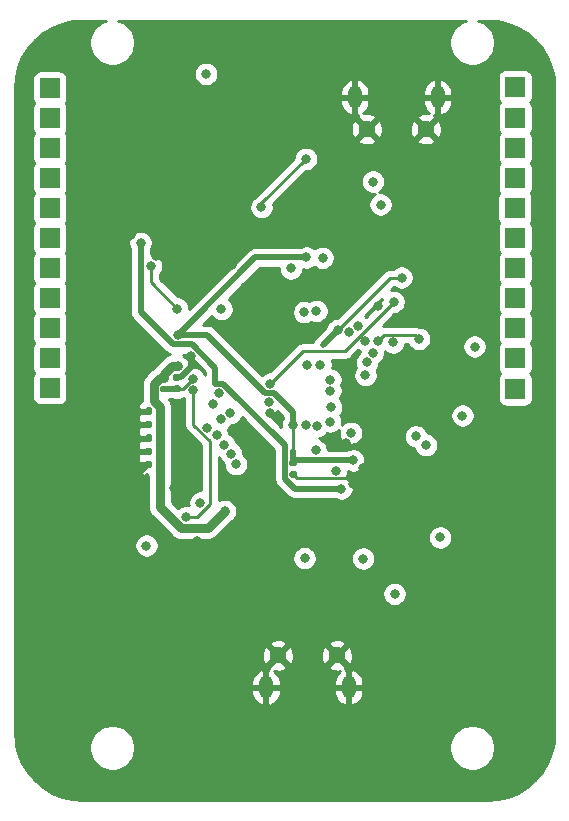
<source format=gbr>
%TF.GenerationSoftware,KiCad,Pcbnew,(5.1.6)-1*%
%TF.CreationDate,2022-05-16T14:52:33-05:00*%
%TF.ProjectId,ESP32-S2_Dev,45535033-322d-4533-925f-4465762e6b69,rev?*%
%TF.SameCoordinates,Original*%
%TF.FileFunction,Copper,L4,Bot*%
%TF.FilePolarity,Positive*%
%FSLAX46Y46*%
G04 Gerber Fmt 4.6, Leading zero omitted, Abs format (unit mm)*
G04 Created by KiCad (PCBNEW (5.1.6)-1) date 2022-05-16 14:52:33*
%MOMM*%
%LPD*%
G01*
G04 APERTURE LIST*
%TA.AperFunction,ComponentPad*%
%ADD10R,1.700000X1.700000*%
%TD*%
%TA.AperFunction,ComponentPad*%
%ADD11O,1.200000X1.900000*%
%TD*%
%TA.AperFunction,ComponentPad*%
%ADD12C,1.450000*%
%TD*%
%TA.AperFunction,ViaPad*%
%ADD13C,0.800000*%
%TD*%
%TA.AperFunction,Conductor*%
%ADD14C,0.254000*%
%TD*%
%TA.AperFunction,Conductor*%
%ADD15C,0.508000*%
%TD*%
%TA.AperFunction,Conductor*%
%ADD16C,0.762000*%
%TD*%
G04 APERTURE END LIST*
%TO.P,C30,2*%
%TO.N,/MCU_3P3*%
%TA.AperFunction,SMDPad,CuDef*%
G36*
G01*
X120898700Y-106998000D02*
X120553700Y-106998000D01*
G75*
G02*
X120406200Y-106850500I0J147500D01*
G01*
X120406200Y-106555500D01*
G75*
G02*
X120553700Y-106408000I147500J0D01*
G01*
X120898700Y-106408000D01*
G75*
G02*
X121046200Y-106555500I0J-147500D01*
G01*
X121046200Y-106850500D01*
G75*
G02*
X120898700Y-106998000I-147500J0D01*
G01*
G37*
%TD.AperFunction*%
%TO.P,C30,1*%
%TO.N,GND*%
%TA.AperFunction,SMDPad,CuDef*%
G36*
G01*
X120898700Y-107968000D02*
X120553700Y-107968000D01*
G75*
G02*
X120406200Y-107820500I0J147500D01*
G01*
X120406200Y-107525500D01*
G75*
G02*
X120553700Y-107378000I147500J0D01*
G01*
X120898700Y-107378000D01*
G75*
G02*
X121046200Y-107525500I0J-147500D01*
G01*
X121046200Y-107820500D01*
G75*
G02*
X120898700Y-107968000I-147500J0D01*
G01*
G37*
%TD.AperFunction*%
%TD*%
D10*
%TO.P,IO13,1*%
%TO.N,/GPIO13*%
X100126800Y-95250000D03*
%TD*%
D11*
%TO.P,UART1,6*%
%TO.N,GND*%
X125949200Y-75735200D03*
X132949200Y-75735200D03*
D12*
X126949200Y-78435200D03*
X131949200Y-78435200D03*
%TD*%
D11*
%TO.P,USB1,6*%
%TO.N,GND*%
X125420000Y-125697500D03*
X118420000Y-125697500D03*
D12*
X124420000Y-122997500D03*
X119420000Y-122997500D03*
%TD*%
%TO.P,L1,2*%
%TO.N,/MCU_3P3A_FILT*%
%TA.AperFunction,SMDPad,CuDef*%
G36*
G01*
X109606300Y-100141400D02*
X109951300Y-100141400D01*
G75*
G02*
X110098800Y-100288900I0J-147500D01*
G01*
X110098800Y-100583900D01*
G75*
G02*
X109951300Y-100731400I-147500J0D01*
G01*
X109606300Y-100731400D01*
G75*
G02*
X109458800Y-100583900I0J147500D01*
G01*
X109458800Y-100288900D01*
G75*
G02*
X109606300Y-100141400I147500J0D01*
G01*
G37*
%TD.AperFunction*%
%TO.P,L1,1*%
%TO.N,/MCU_3P3A*%
%TA.AperFunction,SMDPad,CuDef*%
G36*
G01*
X109606300Y-99171400D02*
X109951300Y-99171400D01*
G75*
G02*
X110098800Y-99318900I0J-147500D01*
G01*
X110098800Y-99613900D01*
G75*
G02*
X109951300Y-99761400I-147500J0D01*
G01*
X109606300Y-99761400D01*
G75*
G02*
X109458800Y-99613900I0J147500D01*
G01*
X109458800Y-99318900D01*
G75*
G02*
X109606300Y-99171400I147500J0D01*
G01*
G37*
%TD.AperFunction*%
%TD*%
D10*
%TO.P,DAC1,1*%
%TO.N,/DAC1*%
X100126800Y-100330000D03*
%TD*%
%TO.P,IO46,1*%
%TO.N,/GPIO46*%
X100126800Y-77470000D03*
%TD*%
%TO.P,IO45,1*%
%TO.N,/GPIO45*%
X100126800Y-74955400D03*
%TD*%
%TO.P,IO42,1*%
%TO.N,/GPIO42*%
X139522200Y-74853800D03*
%TD*%
%TO.P,IO41,1*%
%TO.N,/GPIO41*%
X139522200Y-77470000D03*
%TD*%
%TO.P,IO40,1*%
%TO.N,/GPIO40*%
X139522200Y-80010000D03*
%TD*%
%TO.P,IO39,1*%
%TO.N,/GPIO39*%
X139522200Y-82550000D03*
%TD*%
%TO.P,IO38,1*%
%TO.N,/GPIO38*%
X139496800Y-85090000D03*
%TD*%
%TO.P,IO37,1*%
%TO.N,/GPIO37*%
X139522200Y-87630000D03*
%TD*%
%TO.P,IO36,1*%
%TO.N,/GPIO36*%
X139522200Y-90170000D03*
%TD*%
%TO.P,IO35,1*%
%TO.N,/GPIO35*%
X139522200Y-92710000D03*
%TD*%
%TO.P,IO34,1*%
%TO.N,/GPIO34*%
X139522200Y-95250000D03*
%TD*%
%TO.P,IO33,1*%
%TO.N,/GPIO33*%
X139522200Y-97790000D03*
%TD*%
%TO.P,IO21,1*%
%TO.N,/GPIO21*%
X139522200Y-100431600D03*
%TD*%
%TO.P,IO14,1*%
%TO.N,/GPIO14*%
X100126800Y-97790000D03*
%TD*%
%TO.P,IO11,1*%
%TO.N,/GPIO11*%
X100126800Y-92710000D03*
%TD*%
%TO.P,IO10,1*%
%TO.N,/GPIO10*%
X100126800Y-90170000D03*
%TD*%
%TO.P,IO9,1*%
%TO.N,/GPIO9*%
X100126800Y-87630000D03*
%TD*%
%TO.P,IO8,1*%
%TO.N,/GPIO8*%
X100126800Y-85090000D03*
%TD*%
%TO.P,IO7,1*%
%TO.N,/GPIO7*%
X100126800Y-82550000D03*
%TD*%
%TO.P,IO6,1*%
%TO.N,/GPIO6*%
X100126800Y-80010000D03*
%TD*%
%TO.P,C32,2*%
%TO.N,/MCU_3P3A_FILT*%
%TA.AperFunction,SMDPad,CuDef*%
G36*
G01*
X110698500Y-100139000D02*
X111043500Y-100139000D01*
G75*
G02*
X111191000Y-100286500I0J-147500D01*
G01*
X111191000Y-100581500D01*
G75*
G02*
X111043500Y-100729000I-147500J0D01*
G01*
X110698500Y-100729000D01*
G75*
G02*
X110551000Y-100581500I0J147500D01*
G01*
X110551000Y-100286500D01*
G75*
G02*
X110698500Y-100139000I147500J0D01*
G01*
G37*
%TD.AperFunction*%
%TO.P,C32,1*%
%TO.N,GND*%
%TA.AperFunction,SMDPad,CuDef*%
G36*
G01*
X110698500Y-99169000D02*
X111043500Y-99169000D01*
G75*
G02*
X111191000Y-99316500I0J-147500D01*
G01*
X111191000Y-99611500D01*
G75*
G02*
X111043500Y-99759000I-147500J0D01*
G01*
X110698500Y-99759000D01*
G75*
G02*
X110551000Y-99611500I0J147500D01*
G01*
X110551000Y-99316500D01*
G75*
G02*
X110698500Y-99169000I147500J0D01*
G01*
G37*
%TD.AperFunction*%
%TD*%
%TO.P,C28,2*%
%TO.N,/MCU_3P3A*%
%TA.AperFunction,SMDPad,CuDef*%
G36*
G01*
X109183800Y-102483700D02*
X109183800Y-102138700D01*
G75*
G02*
X109331300Y-101991200I147500J0D01*
G01*
X109626300Y-101991200D01*
G75*
G02*
X109773800Y-102138700I0J-147500D01*
G01*
X109773800Y-102483700D01*
G75*
G02*
X109626300Y-102631200I-147500J0D01*
G01*
X109331300Y-102631200D01*
G75*
G02*
X109183800Y-102483700I0J147500D01*
G01*
G37*
%TD.AperFunction*%
%TO.P,C28,1*%
%TO.N,GND*%
%TA.AperFunction,SMDPad,CuDef*%
G36*
G01*
X108213800Y-102483700D02*
X108213800Y-102138700D01*
G75*
G02*
X108361300Y-101991200I147500J0D01*
G01*
X108656300Y-101991200D01*
G75*
G02*
X108803800Y-102138700I0J-147500D01*
G01*
X108803800Y-102483700D01*
G75*
G02*
X108656300Y-102631200I-147500J0D01*
G01*
X108361300Y-102631200D01*
G75*
G02*
X108213800Y-102483700I0J147500D01*
G01*
G37*
%TD.AperFunction*%
%TD*%
%TO.P,C27,2*%
%TO.N,/MCU_3P3A*%
%TA.AperFunction,SMDPad,CuDef*%
G36*
G01*
X109181400Y-103626700D02*
X109181400Y-103281700D01*
G75*
G02*
X109328900Y-103134200I147500J0D01*
G01*
X109623900Y-103134200D01*
G75*
G02*
X109771400Y-103281700I0J-147500D01*
G01*
X109771400Y-103626700D01*
G75*
G02*
X109623900Y-103774200I-147500J0D01*
G01*
X109328900Y-103774200D01*
G75*
G02*
X109181400Y-103626700I0J147500D01*
G01*
G37*
%TD.AperFunction*%
%TO.P,C27,1*%
%TO.N,GND*%
%TA.AperFunction,SMDPad,CuDef*%
G36*
G01*
X108211400Y-103626700D02*
X108211400Y-103281700D01*
G75*
G02*
X108358900Y-103134200I147500J0D01*
G01*
X108653900Y-103134200D01*
G75*
G02*
X108801400Y-103281700I0J-147500D01*
G01*
X108801400Y-103626700D01*
G75*
G02*
X108653900Y-103774200I-147500J0D01*
G01*
X108358900Y-103774200D01*
G75*
G02*
X108211400Y-103626700I0J147500D01*
G01*
G37*
%TD.AperFunction*%
%TD*%
%TO.P,C26,2*%
%TO.N,/MCU_3P3A*%
%TA.AperFunction,SMDPad,CuDef*%
G36*
G01*
X109179000Y-104769700D02*
X109179000Y-104424700D01*
G75*
G02*
X109326500Y-104277200I147500J0D01*
G01*
X109621500Y-104277200D01*
G75*
G02*
X109769000Y-104424700I0J-147500D01*
G01*
X109769000Y-104769700D01*
G75*
G02*
X109621500Y-104917200I-147500J0D01*
G01*
X109326500Y-104917200D01*
G75*
G02*
X109179000Y-104769700I0J147500D01*
G01*
G37*
%TD.AperFunction*%
%TO.P,C26,1*%
%TO.N,GND*%
%TA.AperFunction,SMDPad,CuDef*%
G36*
G01*
X108209000Y-104769700D02*
X108209000Y-104424700D01*
G75*
G02*
X108356500Y-104277200I147500J0D01*
G01*
X108651500Y-104277200D01*
G75*
G02*
X108799000Y-104424700I0J-147500D01*
G01*
X108799000Y-104769700D01*
G75*
G02*
X108651500Y-104917200I-147500J0D01*
G01*
X108356500Y-104917200D01*
G75*
G02*
X108209000Y-104769700I0J147500D01*
G01*
G37*
%TD.AperFunction*%
%TD*%
%TO.P,C24,2*%
%TO.N,/MCU_3P3A*%
%TA.AperFunction,SMDPad,CuDef*%
G36*
G01*
X109156000Y-107004900D02*
X109156000Y-106659900D01*
G75*
G02*
X109303500Y-106512400I147500J0D01*
G01*
X109598500Y-106512400D01*
G75*
G02*
X109746000Y-106659900I0J-147500D01*
G01*
X109746000Y-107004900D01*
G75*
G02*
X109598500Y-107152400I-147500J0D01*
G01*
X109303500Y-107152400D01*
G75*
G02*
X109156000Y-107004900I0J147500D01*
G01*
G37*
%TD.AperFunction*%
%TO.P,C24,1*%
%TO.N,GND*%
%TA.AperFunction,SMDPad,CuDef*%
G36*
G01*
X108186000Y-107004900D02*
X108186000Y-106659900D01*
G75*
G02*
X108333500Y-106512400I147500J0D01*
G01*
X108628500Y-106512400D01*
G75*
G02*
X108776000Y-106659900I0J-147500D01*
G01*
X108776000Y-107004900D01*
G75*
G02*
X108628500Y-107152400I-147500J0D01*
G01*
X108333500Y-107152400D01*
G75*
G02*
X108186000Y-107004900I0J147500D01*
G01*
G37*
%TD.AperFunction*%
%TD*%
%TO.P,C22,2*%
%TO.N,/MCU_3P3A*%
%TA.AperFunction,SMDPad,CuDef*%
G36*
G01*
X109158400Y-105912700D02*
X109158400Y-105567700D01*
G75*
G02*
X109305900Y-105420200I147500J0D01*
G01*
X109600900Y-105420200D01*
G75*
G02*
X109748400Y-105567700I0J-147500D01*
G01*
X109748400Y-105912700D01*
G75*
G02*
X109600900Y-106060200I-147500J0D01*
G01*
X109305900Y-106060200D01*
G75*
G02*
X109158400Y-105912700I0J147500D01*
G01*
G37*
%TD.AperFunction*%
%TO.P,C22,1*%
%TO.N,GND*%
%TA.AperFunction,SMDPad,CuDef*%
G36*
G01*
X108188400Y-105912700D02*
X108188400Y-105567700D01*
G75*
G02*
X108335900Y-105420200I147500J0D01*
G01*
X108630900Y-105420200D01*
G75*
G02*
X108778400Y-105567700I0J-147500D01*
G01*
X108778400Y-105912700D01*
G75*
G02*
X108630900Y-106060200I-147500J0D01*
G01*
X108335900Y-106060200D01*
G75*
G02*
X108188400Y-105912700I0J147500D01*
G01*
G37*
%TD.AperFunction*%
%TD*%
D13*
%TO.N,/LD0_3P3*%
X110896400Y-93624400D03*
X108686600Y-90043000D03*
%TO.N,/USB_5P0*%
X124815600Y-108864400D03*
X107803751Y-88055649D03*
%TO.N,GND*%
X124783800Y-80811524D03*
X125194449Y-105026849D03*
X128447800Y-105206800D03*
X112598200Y-113284000D03*
X107721400Y-110972600D03*
X128371600Y-108915200D03*
X135204200Y-110947200D03*
X135305800Y-108407200D03*
X130683000Y-101625400D03*
X132892800Y-96215200D03*
X131394200Y-114808000D03*
X134975600Y-114960400D03*
X117271800Y-110439200D03*
X118465600Y-113284000D03*
X110642400Y-108813600D03*
X107579166Y-107604566D03*
X107010200Y-87376000D03*
X109093000Y-89154000D03*
X116636800Y-91821000D03*
X115544600Y-89941400D03*
X123063000Y-91592400D03*
X127914400Y-93446600D03*
X118788560Y-102471370D03*
X114427000Y-100761800D03*
X112039400Y-97685600D03*
X121037400Y-113131600D03*
X125826352Y-108514048D03*
X106070400Y-98526600D03*
X105943400Y-104343200D03*
X126619000Y-107086400D03*
X116967000Y-82778600D03*
X118821200Y-80467200D03*
X132765800Y-99288600D03*
%TO.N,/CP2102_VDD*%
X121793000Y-80949800D03*
X118033800Y-85039200D03*
%TO.N,/MCU_3P3*%
X120726200Y-103479600D03*
X125806200Y-106476800D03*
X110947200Y-95885000D03*
X121843758Y-89304000D03*
X124507183Y-95458455D03*
X129913548Y-91000748D03*
%TO.N,/RST_PROG*%
X112877600Y-110058200D03*
X129311400Y-117779800D03*
X108305600Y-113690400D03*
%TO.N,/USB_DP*%
X122631200Y-105613200D03*
X126657100Y-114795300D03*
%TO.N,/MCU_3P3A*%
X114935000Y-110769400D03*
X110947200Y-98501200D03*
%TO.N,/USB_DM*%
X122738014Y-103576834D03*
X121691400Y-114757200D03*
%TO.N,/MCU_3P3A_FILT*%
X112268000Y-99568000D03*
%TO.N,/GPIO6*%
X113969800Y-101688999D03*
%TO.N,/GPIO7*%
X115417600Y-102485601D03*
%TO.N,/GPIO8*%
X114579590Y-102996999D03*
%TO.N,/GPIO9*%
X113461800Y-103708200D03*
%TO.N,/GPIO10*%
X114300000Y-104362200D03*
%TO.N,/GPIO11*%
X114909600Y-105156000D03*
%TO.N,/GPIO13*%
X115448357Y-105915320D03*
%TO.N,/GPIO14*%
X115874800Y-106807000D03*
%TO.N,/GPIO21*%
X125603000Y-104140000D03*
%TO.N,/GPIO33*%
X123875524Y-100571574D03*
%TO.N,/GPIO34*%
X123869402Y-99644593D03*
%TO.N,/GPIO35*%
X126848110Y-99263711D03*
%TO.N,/GPIO36*%
X126995701Y-98191224D03*
%TO.N,/GPIO37*%
X127457200Y-97409000D03*
%TO.N,/GPIO38*%
X126847600Y-96342200D03*
%TO.N,/GPIO39*%
X126238281Y-95137623D03*
%TO.N,/GPIO40*%
X125425681Y-95583730D03*
%TO.N,/GPIO41*%
X123037600Y-98399600D03*
%TO.N,/GPIO42*%
X121869200Y-98393202D03*
%TO.N,/GPIO45*%
X120523001Y-90220800D03*
%TO.N,/GPIO46*%
X114655600Y-93675200D03*
%TO.N,/DAC1*%
X121777072Y-103504735D03*
%TO.N,/BOOT_PROG*%
X112268000Y-100558600D03*
X111633000Y-111302800D03*
X129235200Y-93065600D03*
X118802198Y-99974400D03*
%TO.N,/SPICS0*%
X124333000Y-107340400D03*
X123944605Y-101988841D03*
%TO.N,/SPICS1*%
X123825000Y-103200200D03*
X123215400Y-89331800D03*
%TO.N,/GPIO4*%
X113360200Y-73761600D03*
X118700642Y-101544898D03*
%TO.N,/UART_TX*%
X122687248Y-93832848D03*
X128134349Y-84817000D03*
%TO.N,/SPID*%
X127876399Y-96397317D03*
X131368800Y-96196100D03*
%TO.N,/SPIQ*%
X136093200Y-96850200D03*
X129184400Y-96494600D03*
%TO.N,/SPIWP*%
X133172200Y-113004600D03*
X131114800Y-104444800D03*
%TO.N,/SPIHD*%
X135057200Y-102692200D03*
X131953000Y-105181400D03*
%TO.N,/UART_RX*%
X127480349Y-82876447D03*
X121666000Y-93929200D03*
%TD*%
D14*
%TO.N,/LD0_3P3*%
X110896400Y-93624400D02*
X108686600Y-91414600D01*
X108686600Y-91414600D02*
X108686600Y-90043000D01*
D15*
%TO.N,/USB_5P0*%
X124815600Y-108864400D02*
X120850172Y-108864400D01*
X120850172Y-108864400D02*
X120025190Y-108039418D01*
X120025190Y-106060210D02*
X120025190Y-105861028D01*
X120025190Y-108039418D02*
X120025190Y-106060210D01*
X110830163Y-96666001D02*
X110572319Y-96666001D01*
X110572319Y-96666001D02*
X107803751Y-93897433D01*
X107803751Y-93897433D02*
X107803751Y-88055649D01*
X114801881Y-99980799D02*
X120025190Y-105204108D01*
X114144961Y-99980799D02*
X114801881Y-99980799D01*
X120025190Y-105204108D02*
X120025190Y-106060210D01*
X114144961Y-98635279D02*
X114144961Y-99980799D01*
X112175683Y-96666001D02*
X114144961Y-98635279D01*
X110572319Y-96666001D02*
X112175683Y-96666001D01*
%TO.N,GND*%
X108481000Y-106832400D02*
X108351332Y-106832400D01*
X108351332Y-106832400D02*
X107579166Y-107604566D01*
X112039400Y-98615600D02*
X112039400Y-97685600D01*
X110871000Y-99464000D02*
X111191000Y-99464000D01*
X111191000Y-99464000D02*
X112039400Y-98615600D01*
D14*
X125306705Y-107994401D02*
X125826352Y-108514048D01*
X120726200Y-107673000D02*
X121047601Y-107994401D01*
X121047601Y-107994401D02*
X125306705Y-107994401D01*
%TO.N,/CP2102_VDD*%
X121793000Y-80949800D02*
X118033800Y-84709000D01*
X118033800Y-84709000D02*
X118033800Y-85039200D01*
%TO.N,/MCU_3P3*%
X120726200Y-106703000D02*
X120726200Y-103479600D01*
D15*
X120952400Y-106476800D02*
X120726200Y-106703000D01*
X125806200Y-106476800D02*
X120952400Y-106476800D01*
X120726200Y-106703000D02*
X120726200Y-105664000D01*
X121843758Y-89304000D02*
X117528200Y-89304000D01*
X117528200Y-89304000D02*
X112001300Y-94830900D01*
X112001300Y-94830900D02*
X110947200Y-95885000D01*
X124507183Y-95458455D02*
X123254085Y-96711553D01*
D14*
X128964890Y-91000748D02*
X124507183Y-95458455D01*
X129913548Y-91000748D02*
X128964890Y-91000748D01*
D15*
X119075523Y-100763897D02*
X120726200Y-102414574D01*
X118325761Y-100763897D02*
X119075523Y-100763897D01*
X113446864Y-95885000D02*
X118325761Y-100763897D01*
X120726200Y-102414574D02*
X120726200Y-103479600D01*
X110947200Y-95885000D02*
X113446864Y-95885000D01*
%TO.N,/MCU_3P3A*%
X109478800Y-105714800D02*
X109453400Y-105740200D01*
X109478800Y-102311200D02*
X109478800Y-105714800D01*
D16*
X113493599Y-112210801D02*
X114935000Y-110769400D01*
X111197159Y-112210801D02*
X113493599Y-112210801D01*
X109451000Y-106832400D02*
X109451000Y-110464642D01*
X109451000Y-110464642D02*
X111197159Y-112210801D01*
X109451000Y-102339000D02*
X109478800Y-102311200D01*
X109451000Y-106832400D02*
X109451000Y-102339000D01*
X109458800Y-99466400D02*
X109778800Y-99466400D01*
X108950790Y-99974410D02*
X109458800Y-99466400D01*
X108950790Y-101463190D02*
X108950790Y-99974410D01*
X109478800Y-101991200D02*
X108950790Y-101463190D01*
X109478800Y-102311200D02*
X109478800Y-101991200D01*
X110449000Y-98501200D02*
X110947200Y-98501200D01*
X109778800Y-99171400D02*
X110449000Y-98501200D01*
X109778800Y-99466400D02*
X109778800Y-99171400D01*
D15*
%TO.N,/MCU_3P3A_FILT*%
X110868600Y-100436400D02*
X110871000Y-100434000D01*
X109778800Y-100436400D02*
X110868600Y-100436400D01*
D14*
X110871000Y-100434000D02*
X111402000Y-100434000D01*
X111402000Y-100434000D02*
X112268000Y-99568000D01*
%TO.N,/BOOT_PROG*%
X112600922Y-111302800D02*
X111633000Y-111302800D01*
X113690400Y-110213322D02*
X112600922Y-111302800D01*
X112268000Y-103456922D02*
X113690400Y-104879322D01*
X113690400Y-104879322D02*
X113690400Y-110213322D01*
X112268000Y-100558600D02*
X112268000Y-103456922D01*
X129235200Y-93065600D02*
X125081237Y-97219563D01*
X121557035Y-97219563D02*
X118802198Y-99974400D01*
X125081237Y-97219563D02*
X121557035Y-97219563D01*
%TO.N,/SPID*%
X131013299Y-95840599D02*
X131368800Y-96196100D01*
X127876399Y-96397317D02*
X128433117Y-95840599D01*
X128433117Y-95840599D02*
X131013299Y-95840599D01*
%TD*%
%TO.N,GND*%
G36*
X104843945Y-69253966D02*
G01*
X104490776Y-69400254D01*
X104172933Y-69612630D01*
X103902630Y-69882933D01*
X103690254Y-70200776D01*
X103543966Y-70553945D01*
X103469390Y-70928867D01*
X103469390Y-71311133D01*
X103543966Y-71686055D01*
X103690254Y-72039224D01*
X103902630Y-72357067D01*
X104172933Y-72627370D01*
X104490776Y-72839746D01*
X104843945Y-72986034D01*
X105218867Y-73060610D01*
X105601133Y-73060610D01*
X105976055Y-72986034D01*
X106329224Y-72839746D01*
X106647067Y-72627370D01*
X106917370Y-72357067D01*
X107129746Y-72039224D01*
X107276034Y-71686055D01*
X107350610Y-71311133D01*
X107350610Y-70928867D01*
X107276034Y-70553945D01*
X107129746Y-70200776D01*
X106917370Y-69882933D01*
X106647067Y-69612630D01*
X106329224Y-69400254D01*
X105976055Y-69253966D01*
X105905843Y-69240000D01*
X135394157Y-69240000D01*
X135323945Y-69253966D01*
X134970776Y-69400254D01*
X134652933Y-69612630D01*
X134382630Y-69882933D01*
X134170254Y-70200776D01*
X134023966Y-70553945D01*
X133949390Y-70928867D01*
X133949390Y-71311133D01*
X134023966Y-71686055D01*
X134170254Y-72039224D01*
X134382630Y-72357067D01*
X134652933Y-72627370D01*
X134970776Y-72839746D01*
X135323945Y-72986034D01*
X135698867Y-73060610D01*
X136081133Y-73060610D01*
X136456055Y-72986034D01*
X136809224Y-72839746D01*
X137127067Y-72627370D01*
X137397370Y-72357067D01*
X137609746Y-72039224D01*
X137756034Y-71686055D01*
X137830610Y-71311133D01*
X137830610Y-70928867D01*
X137756034Y-70553945D01*
X137609746Y-70200776D01*
X137397370Y-69882933D01*
X137127067Y-69612630D01*
X136809224Y-69400254D01*
X136456055Y-69253966D01*
X136385843Y-69240000D01*
X137134074Y-69240000D01*
X138049791Y-69312068D01*
X138917678Y-69520430D01*
X139742275Y-69861989D01*
X140503299Y-70328345D01*
X141181994Y-70908006D01*
X141761655Y-71586701D01*
X142228009Y-72347720D01*
X142569570Y-73172322D01*
X142777931Y-74040207D01*
X142850001Y-74955939D01*
X142850000Y-129514074D01*
X142777931Y-130429793D01*
X142569570Y-131297678D01*
X142228009Y-132122280D01*
X141761655Y-132883299D01*
X141181994Y-133561994D01*
X140503299Y-134141655D01*
X139742275Y-134608011D01*
X138917678Y-134949570D01*
X138049791Y-135157932D01*
X137134074Y-135230000D01*
X102895926Y-135230000D01*
X101980207Y-135157931D01*
X101112322Y-134949570D01*
X100287720Y-134608009D01*
X99526701Y-134141655D01*
X98848006Y-133561994D01*
X98268345Y-132883299D01*
X97801989Y-132122275D01*
X97460430Y-131297678D01*
X97297462Y-130618867D01*
X103469390Y-130618867D01*
X103469390Y-131001133D01*
X103543966Y-131376055D01*
X103690254Y-131729224D01*
X103902630Y-132047067D01*
X104172933Y-132317370D01*
X104490776Y-132529746D01*
X104843945Y-132676034D01*
X105218867Y-132750610D01*
X105601133Y-132750610D01*
X105976055Y-132676034D01*
X106329224Y-132529746D01*
X106647067Y-132317370D01*
X106917370Y-132047067D01*
X107129746Y-131729224D01*
X107276034Y-131376055D01*
X107350610Y-131001133D01*
X107350610Y-130618867D01*
X133949390Y-130618867D01*
X133949390Y-131001133D01*
X134023966Y-131376055D01*
X134170254Y-131729224D01*
X134382630Y-132047067D01*
X134652933Y-132317370D01*
X134970776Y-132529746D01*
X135323945Y-132676034D01*
X135698867Y-132750610D01*
X136081133Y-132750610D01*
X136456055Y-132676034D01*
X136809224Y-132529746D01*
X137127067Y-132317370D01*
X137397370Y-132047067D01*
X137609746Y-131729224D01*
X137756034Y-131376055D01*
X137830610Y-131001133D01*
X137830610Y-130618867D01*
X137756034Y-130243945D01*
X137609746Y-129890776D01*
X137397370Y-129572933D01*
X137127067Y-129302630D01*
X136809224Y-129090254D01*
X136456055Y-128943966D01*
X136081133Y-128869390D01*
X135698867Y-128869390D01*
X135323945Y-128943966D01*
X134970776Y-129090254D01*
X134652933Y-129302630D01*
X134382630Y-129572933D01*
X134170254Y-129890776D01*
X134023966Y-130243945D01*
X133949390Y-130618867D01*
X107350610Y-130618867D01*
X107276034Y-130243945D01*
X107129746Y-129890776D01*
X106917370Y-129572933D01*
X106647067Y-129302630D01*
X106329224Y-129090254D01*
X105976055Y-128943966D01*
X105601133Y-128869390D01*
X105218867Y-128869390D01*
X104843945Y-128943966D01*
X104490776Y-129090254D01*
X104172933Y-129302630D01*
X103902630Y-129572933D01*
X103690254Y-129890776D01*
X103543966Y-130243945D01*
X103469390Y-130618867D01*
X97297462Y-130618867D01*
X97252068Y-130429791D01*
X97180000Y-129514074D01*
X97180000Y-125824500D01*
X117185000Y-125824500D01*
X117185000Y-126174500D01*
X117233507Y-126412996D01*
X117327610Y-126637446D01*
X117463693Y-126839225D01*
X117636526Y-127010578D01*
X117839467Y-127144921D01*
X118064718Y-127237091D01*
X118102391Y-127240962D01*
X118293000Y-127116231D01*
X118293000Y-125824500D01*
X118547000Y-125824500D01*
X118547000Y-127116231D01*
X118737609Y-127240962D01*
X118775282Y-127237091D01*
X119000533Y-127144921D01*
X119203474Y-127010578D01*
X119376307Y-126839225D01*
X119512390Y-126637446D01*
X119606493Y-126412996D01*
X119655000Y-126174500D01*
X119655000Y-125824500D01*
X124185000Y-125824500D01*
X124185000Y-126174500D01*
X124233507Y-126412996D01*
X124327610Y-126637446D01*
X124463693Y-126839225D01*
X124636526Y-127010578D01*
X124839467Y-127144921D01*
X125064718Y-127237091D01*
X125102391Y-127240962D01*
X125293000Y-127116231D01*
X125293000Y-125824500D01*
X125547000Y-125824500D01*
X125547000Y-127116231D01*
X125737609Y-127240962D01*
X125775282Y-127237091D01*
X126000533Y-127144921D01*
X126203474Y-127010578D01*
X126376307Y-126839225D01*
X126512390Y-126637446D01*
X126606493Y-126412996D01*
X126655000Y-126174500D01*
X126655000Y-125824500D01*
X125547000Y-125824500D01*
X125293000Y-125824500D01*
X124185000Y-125824500D01*
X119655000Y-125824500D01*
X118547000Y-125824500D01*
X118293000Y-125824500D01*
X117185000Y-125824500D01*
X97180000Y-125824500D01*
X97180000Y-125220500D01*
X117185000Y-125220500D01*
X117185000Y-125570500D01*
X118293000Y-125570500D01*
X118293000Y-124278769D01*
X118547000Y-124278769D01*
X118547000Y-125570500D01*
X119655000Y-125570500D01*
X119655000Y-125220500D01*
X119606493Y-124982004D01*
X119512390Y-124757554D01*
X119376307Y-124555775D01*
X119203474Y-124384422D01*
X119108164Y-124321329D01*
X119225849Y-124350219D01*
X119493482Y-124362104D01*
X119758291Y-124321548D01*
X120010100Y-124230109D01*
X120117035Y-124172950D01*
X120179528Y-123936633D01*
X123660472Y-123936633D01*
X123722965Y-124172950D01*
X123965678Y-124286350D01*
X124225849Y-124350219D01*
X124493482Y-124362104D01*
X124723442Y-124326885D01*
X124636526Y-124384422D01*
X124463693Y-124555775D01*
X124327610Y-124757554D01*
X124233507Y-124982004D01*
X124185000Y-125220500D01*
X124185000Y-125570500D01*
X125293000Y-125570500D01*
X125293000Y-124278769D01*
X125547000Y-124278769D01*
X125547000Y-125570500D01*
X126655000Y-125570500D01*
X126655000Y-125220500D01*
X126606493Y-124982004D01*
X126512390Y-124757554D01*
X126376307Y-124555775D01*
X126203474Y-124384422D01*
X126000533Y-124250079D01*
X125775282Y-124157909D01*
X125737609Y-124154038D01*
X125547000Y-124278769D01*
X125293000Y-124278769D01*
X125119138Y-124164997D01*
X125179528Y-123936633D01*
X124420000Y-123177105D01*
X123660472Y-123936633D01*
X120179528Y-123936633D01*
X119420000Y-123177105D01*
X118660472Y-123936633D01*
X118720862Y-124164997D01*
X118547000Y-124278769D01*
X118293000Y-124278769D01*
X118102391Y-124154038D01*
X118064718Y-124157909D01*
X117839467Y-124250079D01*
X117636526Y-124384422D01*
X117463693Y-124555775D01*
X117327610Y-124757554D01*
X117233507Y-124982004D01*
X117185000Y-125220500D01*
X97180000Y-125220500D01*
X97180000Y-123070982D01*
X118055396Y-123070982D01*
X118095952Y-123335791D01*
X118187391Y-123587600D01*
X118244550Y-123694535D01*
X118480867Y-123757028D01*
X119240395Y-122997500D01*
X119599605Y-122997500D01*
X120359133Y-123757028D01*
X120595450Y-123694535D01*
X120708850Y-123451822D01*
X120772719Y-123191651D01*
X120778077Y-123070982D01*
X123055396Y-123070982D01*
X123095952Y-123335791D01*
X123187391Y-123587600D01*
X123244550Y-123694535D01*
X123480867Y-123757028D01*
X124240395Y-122997500D01*
X124599605Y-122997500D01*
X125359133Y-123757028D01*
X125595450Y-123694535D01*
X125708850Y-123451822D01*
X125772719Y-123191651D01*
X125784604Y-122924018D01*
X125744048Y-122659209D01*
X125652609Y-122407400D01*
X125595450Y-122300465D01*
X125359133Y-122237972D01*
X124599605Y-122997500D01*
X124240395Y-122997500D01*
X123480867Y-122237972D01*
X123244550Y-122300465D01*
X123131150Y-122543178D01*
X123067281Y-122803349D01*
X123055396Y-123070982D01*
X120778077Y-123070982D01*
X120784604Y-122924018D01*
X120744048Y-122659209D01*
X120652609Y-122407400D01*
X120595450Y-122300465D01*
X120359133Y-122237972D01*
X119599605Y-122997500D01*
X119240395Y-122997500D01*
X118480867Y-122237972D01*
X118244550Y-122300465D01*
X118131150Y-122543178D01*
X118067281Y-122803349D01*
X118055396Y-123070982D01*
X97180000Y-123070982D01*
X97180000Y-122058367D01*
X118660472Y-122058367D01*
X119420000Y-122817895D01*
X120179528Y-122058367D01*
X123660472Y-122058367D01*
X124420000Y-122817895D01*
X125179528Y-122058367D01*
X125117035Y-121822050D01*
X124874322Y-121708650D01*
X124614151Y-121644781D01*
X124346518Y-121632896D01*
X124081709Y-121673452D01*
X123829900Y-121764891D01*
X123722965Y-121822050D01*
X123660472Y-122058367D01*
X120179528Y-122058367D01*
X120117035Y-121822050D01*
X119874322Y-121708650D01*
X119614151Y-121644781D01*
X119346518Y-121632896D01*
X119081709Y-121673452D01*
X118829900Y-121764891D01*
X118722965Y-121822050D01*
X118660472Y-122058367D01*
X97180000Y-122058367D01*
X97180000Y-117677861D01*
X128276400Y-117677861D01*
X128276400Y-117881739D01*
X128316174Y-118081698D01*
X128394195Y-118270056D01*
X128507463Y-118439574D01*
X128651626Y-118583737D01*
X128821144Y-118697005D01*
X129009502Y-118775026D01*
X129209461Y-118814800D01*
X129413339Y-118814800D01*
X129613298Y-118775026D01*
X129801656Y-118697005D01*
X129971174Y-118583737D01*
X130115337Y-118439574D01*
X130228605Y-118270056D01*
X130306626Y-118081698D01*
X130346400Y-117881739D01*
X130346400Y-117677861D01*
X130306626Y-117477902D01*
X130228605Y-117289544D01*
X130115337Y-117120026D01*
X129971174Y-116975863D01*
X129801656Y-116862595D01*
X129613298Y-116784574D01*
X129413339Y-116744800D01*
X129209461Y-116744800D01*
X129009502Y-116784574D01*
X128821144Y-116862595D01*
X128651626Y-116975863D01*
X128507463Y-117120026D01*
X128394195Y-117289544D01*
X128316174Y-117477902D01*
X128276400Y-117677861D01*
X97180000Y-117677861D01*
X97180000Y-113588461D01*
X107270600Y-113588461D01*
X107270600Y-113792339D01*
X107310374Y-113992298D01*
X107388395Y-114180656D01*
X107501663Y-114350174D01*
X107645826Y-114494337D01*
X107815344Y-114607605D01*
X108003702Y-114685626D01*
X108203661Y-114725400D01*
X108407539Y-114725400D01*
X108607498Y-114685626D01*
X108680805Y-114655261D01*
X120656400Y-114655261D01*
X120656400Y-114859139D01*
X120696174Y-115059098D01*
X120774195Y-115247456D01*
X120887463Y-115416974D01*
X121031626Y-115561137D01*
X121201144Y-115674405D01*
X121389502Y-115752426D01*
X121589461Y-115792200D01*
X121793339Y-115792200D01*
X121993298Y-115752426D01*
X122181656Y-115674405D01*
X122351174Y-115561137D01*
X122495337Y-115416974D01*
X122608605Y-115247456D01*
X122686626Y-115059098D01*
X122726400Y-114859139D01*
X122726400Y-114693361D01*
X125622100Y-114693361D01*
X125622100Y-114897239D01*
X125661874Y-115097198D01*
X125739895Y-115285556D01*
X125853163Y-115455074D01*
X125997326Y-115599237D01*
X126166844Y-115712505D01*
X126355202Y-115790526D01*
X126555161Y-115830300D01*
X126759039Y-115830300D01*
X126958998Y-115790526D01*
X127147356Y-115712505D01*
X127316874Y-115599237D01*
X127461037Y-115455074D01*
X127574305Y-115285556D01*
X127652326Y-115097198D01*
X127692100Y-114897239D01*
X127692100Y-114693361D01*
X127652326Y-114493402D01*
X127574305Y-114305044D01*
X127461037Y-114135526D01*
X127316874Y-113991363D01*
X127147356Y-113878095D01*
X126958998Y-113800074D01*
X126759039Y-113760300D01*
X126555161Y-113760300D01*
X126355202Y-113800074D01*
X126166844Y-113878095D01*
X125997326Y-113991363D01*
X125853163Y-114135526D01*
X125739895Y-114305044D01*
X125661874Y-114493402D01*
X125622100Y-114693361D01*
X122726400Y-114693361D01*
X122726400Y-114655261D01*
X122686626Y-114455302D01*
X122608605Y-114266944D01*
X122495337Y-114097426D01*
X122351174Y-113953263D01*
X122181656Y-113839995D01*
X121993298Y-113761974D01*
X121793339Y-113722200D01*
X121589461Y-113722200D01*
X121389502Y-113761974D01*
X121201144Y-113839995D01*
X121031626Y-113953263D01*
X120887463Y-114097426D01*
X120774195Y-114266944D01*
X120696174Y-114455302D01*
X120656400Y-114655261D01*
X108680805Y-114655261D01*
X108795856Y-114607605D01*
X108965374Y-114494337D01*
X109109537Y-114350174D01*
X109222805Y-114180656D01*
X109300826Y-113992298D01*
X109340600Y-113792339D01*
X109340600Y-113588461D01*
X109300826Y-113388502D01*
X109222805Y-113200144D01*
X109109537Y-113030626D01*
X108965374Y-112886463D01*
X108795856Y-112773195D01*
X108607498Y-112695174D01*
X108407539Y-112655400D01*
X108203661Y-112655400D01*
X108003702Y-112695174D01*
X107815344Y-112773195D01*
X107645826Y-112886463D01*
X107501663Y-113030626D01*
X107388395Y-113200144D01*
X107310374Y-113388502D01*
X107270600Y-113588461D01*
X97180000Y-113588461D01*
X97180000Y-74955926D01*
X97246937Y-74105400D01*
X98638728Y-74105400D01*
X98638728Y-75805400D01*
X98650988Y-75929882D01*
X98687298Y-76049580D01*
X98746263Y-76159894D01*
X98789600Y-76212700D01*
X98746263Y-76265506D01*
X98687298Y-76375820D01*
X98650988Y-76495518D01*
X98638728Y-76620000D01*
X98638728Y-78320000D01*
X98650988Y-78444482D01*
X98687298Y-78564180D01*
X98746263Y-78674494D01*
X98800022Y-78740000D01*
X98746263Y-78805506D01*
X98687298Y-78915820D01*
X98650988Y-79035518D01*
X98638728Y-79160000D01*
X98638728Y-80860000D01*
X98650988Y-80984482D01*
X98687298Y-81104180D01*
X98746263Y-81214494D01*
X98800022Y-81280000D01*
X98746263Y-81345506D01*
X98687298Y-81455820D01*
X98650988Y-81575518D01*
X98638728Y-81700000D01*
X98638728Y-83400000D01*
X98650988Y-83524482D01*
X98687298Y-83644180D01*
X98746263Y-83754494D01*
X98800022Y-83820000D01*
X98746263Y-83885506D01*
X98687298Y-83995820D01*
X98650988Y-84115518D01*
X98638728Y-84240000D01*
X98638728Y-85940000D01*
X98650988Y-86064482D01*
X98687298Y-86184180D01*
X98746263Y-86294494D01*
X98800022Y-86360000D01*
X98746263Y-86425506D01*
X98687298Y-86535820D01*
X98650988Y-86655518D01*
X98638728Y-86780000D01*
X98638728Y-88480000D01*
X98650988Y-88604482D01*
X98687298Y-88724180D01*
X98746263Y-88834494D01*
X98800022Y-88900000D01*
X98746263Y-88965506D01*
X98687298Y-89075820D01*
X98650988Y-89195518D01*
X98638728Y-89320000D01*
X98638728Y-91020000D01*
X98650988Y-91144482D01*
X98687298Y-91264180D01*
X98746263Y-91374494D01*
X98800022Y-91440000D01*
X98746263Y-91505506D01*
X98687298Y-91615820D01*
X98650988Y-91735518D01*
X98638728Y-91860000D01*
X98638728Y-93560000D01*
X98650988Y-93684482D01*
X98687298Y-93804180D01*
X98746263Y-93914494D01*
X98800022Y-93980000D01*
X98746263Y-94045506D01*
X98687298Y-94155820D01*
X98650988Y-94275518D01*
X98638728Y-94400000D01*
X98638728Y-96100000D01*
X98650988Y-96224482D01*
X98687298Y-96344180D01*
X98746263Y-96454494D01*
X98800022Y-96520000D01*
X98746263Y-96585506D01*
X98687298Y-96695820D01*
X98650988Y-96815518D01*
X98638728Y-96940000D01*
X98638728Y-98640000D01*
X98650988Y-98764482D01*
X98687298Y-98884180D01*
X98746263Y-98994494D01*
X98800022Y-99060000D01*
X98746263Y-99125506D01*
X98687298Y-99235820D01*
X98650988Y-99355518D01*
X98638728Y-99480000D01*
X98638728Y-101180000D01*
X98650988Y-101304482D01*
X98687298Y-101424180D01*
X98746263Y-101534494D01*
X98825615Y-101631185D01*
X98922306Y-101710537D01*
X99032620Y-101769502D01*
X99152318Y-101805812D01*
X99276800Y-101818072D01*
X100976800Y-101818072D01*
X101101282Y-101805812D01*
X101220980Y-101769502D01*
X101331294Y-101710537D01*
X101427985Y-101631185D01*
X101507337Y-101534494D01*
X101566302Y-101424180D01*
X101602612Y-101304482D01*
X101614872Y-101180000D01*
X101614872Y-99480000D01*
X101602612Y-99355518D01*
X101566302Y-99235820D01*
X101507337Y-99125506D01*
X101453578Y-99060000D01*
X101507337Y-98994494D01*
X101566302Y-98884180D01*
X101602612Y-98764482D01*
X101614872Y-98640000D01*
X101614872Y-96940000D01*
X101602612Y-96815518D01*
X101566302Y-96695820D01*
X101507337Y-96585506D01*
X101453578Y-96520000D01*
X101507337Y-96454494D01*
X101566302Y-96344180D01*
X101602612Y-96224482D01*
X101614872Y-96100000D01*
X101614872Y-94400000D01*
X101602612Y-94275518D01*
X101566302Y-94155820D01*
X101507337Y-94045506D01*
X101453578Y-93980000D01*
X101507337Y-93914494D01*
X101566302Y-93804180D01*
X101602612Y-93684482D01*
X101614872Y-93560000D01*
X101614872Y-91860000D01*
X101602612Y-91735518D01*
X101566302Y-91615820D01*
X101507337Y-91505506D01*
X101453578Y-91440000D01*
X101507337Y-91374494D01*
X101566302Y-91264180D01*
X101602612Y-91144482D01*
X101614872Y-91020000D01*
X101614872Y-89320000D01*
X101602612Y-89195518D01*
X101566302Y-89075820D01*
X101507337Y-88965506D01*
X101453578Y-88900000D01*
X101507337Y-88834494D01*
X101566302Y-88724180D01*
X101602612Y-88604482D01*
X101614872Y-88480000D01*
X101614872Y-87953710D01*
X106768751Y-87953710D01*
X106768751Y-88157588D01*
X106808525Y-88357547D01*
X106886546Y-88545905D01*
X106914752Y-88588118D01*
X106914751Y-93853773D01*
X106910451Y-93897433D01*
X106914751Y-93941093D01*
X106914751Y-93941099D01*
X106925457Y-94049792D01*
X106927615Y-94071707D01*
X106946738Y-94134746D01*
X106978448Y-94239283D01*
X107060998Y-94393723D01*
X107172092Y-94529092D01*
X107206015Y-94556932D01*
X109912820Y-97263737D01*
X109940660Y-97297660D01*
X110076028Y-97408754D01*
X110230468Y-97491304D01*
X110256610Y-97499234D01*
X110249829Y-97499902D01*
X110058312Y-97557998D01*
X109999816Y-97589265D01*
X109881810Y-97652340D01*
X109727104Y-97779304D01*
X109695287Y-97818073D01*
X109095668Y-98417692D01*
X109056905Y-98449504D01*
X108940405Y-98591459D01*
X108891610Y-98617540D01*
X108736904Y-98744504D01*
X108705087Y-98783273D01*
X108267658Y-99220702D01*
X108228895Y-99252514D01*
X108101931Y-99407220D01*
X108030585Y-99540700D01*
X108007589Y-99583723D01*
X107949492Y-99775240D01*
X107929875Y-99974410D01*
X107934791Y-100024321D01*
X107934790Y-101413288D01*
X107934059Y-101420706D01*
X107859306Y-101460663D01*
X107762615Y-101540015D01*
X107683263Y-101636706D01*
X107624298Y-101747020D01*
X107587988Y-101866718D01*
X107575728Y-101991200D01*
X107578800Y-102025450D01*
X107737550Y-102184200D01*
X108228167Y-102184200D01*
X108228894Y-102185086D01*
X108267663Y-102216903D01*
X108434491Y-102383731D01*
X108435001Y-102388912D01*
X108435001Y-102458200D01*
X108381800Y-102458200D01*
X108381800Y-102438200D01*
X107737550Y-102438200D01*
X107578800Y-102596950D01*
X107575728Y-102631200D01*
X107587988Y-102755682D01*
X107624298Y-102875380D01*
X107627011Y-102880455D01*
X107621898Y-102890020D01*
X107585588Y-103009718D01*
X107573328Y-103134200D01*
X107576400Y-103168450D01*
X107735150Y-103327200D01*
X108379400Y-103327200D01*
X108379400Y-103307200D01*
X108435001Y-103307200D01*
X108435001Y-103601200D01*
X108379400Y-103601200D01*
X108379400Y-103581200D01*
X107735150Y-103581200D01*
X107576400Y-103739950D01*
X107573328Y-103774200D01*
X107585588Y-103898682D01*
X107621898Y-104018380D01*
X107624611Y-104023455D01*
X107619498Y-104033020D01*
X107583188Y-104152718D01*
X107570928Y-104277200D01*
X107574000Y-104311450D01*
X107732750Y-104470200D01*
X108377000Y-104470200D01*
X108377000Y-104450200D01*
X108435001Y-104450200D01*
X108435000Y-104744200D01*
X108377000Y-104744200D01*
X108377000Y-104724200D01*
X107732750Y-104724200D01*
X107574000Y-104882950D01*
X107570928Y-104917200D01*
X107583188Y-105041682D01*
X107614873Y-105146133D01*
X107598898Y-105176020D01*
X107562588Y-105295718D01*
X107550328Y-105420200D01*
X107553400Y-105454450D01*
X107712150Y-105613200D01*
X108356400Y-105613200D01*
X108356400Y-105593200D01*
X108435000Y-105593200D01*
X108435000Y-105877400D01*
X108356400Y-105877400D01*
X108356400Y-105867200D01*
X107712150Y-105867200D01*
X107553400Y-106025950D01*
X107550328Y-106060200D01*
X107562588Y-106184682D01*
X107592213Y-106282344D01*
X107560188Y-106387918D01*
X107547928Y-106512400D01*
X107551000Y-106546650D01*
X107709750Y-106705400D01*
X108354000Y-106705400D01*
X108354000Y-106685400D01*
X108356398Y-106685400D01*
X108356398Y-106695200D01*
X108435000Y-106695200D01*
X108435000Y-106979400D01*
X108354000Y-106979400D01*
X108354000Y-106959400D01*
X107709750Y-106959400D01*
X107551000Y-107118150D01*
X107547928Y-107152400D01*
X107560188Y-107276882D01*
X107596498Y-107396580D01*
X107655463Y-107506894D01*
X107734815Y-107603585D01*
X107831506Y-107682937D01*
X107941820Y-107741902D01*
X108061518Y-107778212D01*
X108186000Y-107790472D01*
X108195250Y-107787400D01*
X108353998Y-107628652D01*
X108353998Y-107787400D01*
X108435000Y-107787400D01*
X108435001Y-110414730D01*
X108430085Y-110464642D01*
X108449702Y-110663812D01*
X108488118Y-110790449D01*
X108507799Y-110855329D01*
X108602141Y-111031832D01*
X108729105Y-111186538D01*
X108767868Y-111218350D01*
X110443451Y-112893934D01*
X110475263Y-112932697D01*
X110629969Y-113059661D01*
X110806470Y-113154002D01*
X110806472Y-113154003D01*
X110997988Y-113212099D01*
X111197159Y-113231716D01*
X111247061Y-113226801D01*
X113443697Y-113226801D01*
X113493599Y-113231716D01*
X113543501Y-113226801D01*
X113692770Y-113212099D01*
X113884286Y-113154003D01*
X114060789Y-113059661D01*
X114215495Y-112932697D01*
X114240144Y-112902661D01*
X132137200Y-112902661D01*
X132137200Y-113106539D01*
X132176974Y-113306498D01*
X132254995Y-113494856D01*
X132368263Y-113664374D01*
X132512426Y-113808537D01*
X132681944Y-113921805D01*
X132870302Y-113999826D01*
X133070261Y-114039600D01*
X133274139Y-114039600D01*
X133474098Y-113999826D01*
X133662456Y-113921805D01*
X133831974Y-113808537D01*
X133976137Y-113664374D01*
X134089405Y-113494856D01*
X134167426Y-113306498D01*
X134207200Y-113106539D01*
X134207200Y-112902661D01*
X134167426Y-112702702D01*
X134089405Y-112514344D01*
X133976137Y-112344826D01*
X133831974Y-112200663D01*
X133662456Y-112087395D01*
X133474098Y-112009374D01*
X133274139Y-111969600D01*
X133070261Y-111969600D01*
X132870302Y-112009374D01*
X132681944Y-112087395D01*
X132512426Y-112200663D01*
X132368263Y-112344826D01*
X132254995Y-112514344D01*
X132176974Y-112702702D01*
X132137200Y-112902661D01*
X114240144Y-112902661D01*
X114247311Y-112893929D01*
X115513797Y-111627444D01*
X115594774Y-111573337D01*
X115738937Y-111429174D01*
X115852205Y-111259656D01*
X115930226Y-111071298D01*
X115970000Y-110871339D01*
X115970000Y-110667461D01*
X115930226Y-110467502D01*
X115852205Y-110279144D01*
X115738937Y-110109626D01*
X115594774Y-109965463D01*
X115425256Y-109852195D01*
X115236898Y-109774174D01*
X115036939Y-109734400D01*
X114833061Y-109734400D01*
X114633102Y-109774174D01*
X114452400Y-109849024D01*
X114452400Y-106213543D01*
X114453131Y-106217218D01*
X114531152Y-106405576D01*
X114644420Y-106575094D01*
X114788583Y-106719257D01*
X114839800Y-106753479D01*
X114839800Y-106908939D01*
X114879574Y-107108898D01*
X114957595Y-107297256D01*
X115070863Y-107466774D01*
X115215026Y-107610937D01*
X115384544Y-107724205D01*
X115572902Y-107802226D01*
X115772861Y-107842000D01*
X115976739Y-107842000D01*
X116176698Y-107802226D01*
X116365056Y-107724205D01*
X116534574Y-107610937D01*
X116678737Y-107466774D01*
X116792005Y-107297256D01*
X116870026Y-107108898D01*
X116909800Y-106908939D01*
X116909800Y-106705061D01*
X116870026Y-106505102D01*
X116792005Y-106316744D01*
X116678737Y-106147226D01*
X116534574Y-106003063D01*
X116483357Y-105968841D01*
X116483357Y-105813381D01*
X116443583Y-105613422D01*
X116365562Y-105425064D01*
X116252294Y-105255546D01*
X116108131Y-105111383D01*
X115938613Y-104998115D01*
X115933010Y-104995794D01*
X115904826Y-104854102D01*
X115826805Y-104665744D01*
X115713537Y-104496226D01*
X115569374Y-104352063D01*
X115399856Y-104238795D01*
X115324523Y-104207591D01*
X115295226Y-104060302D01*
X115217205Y-103871944D01*
X115191243Y-103833089D01*
X115239364Y-103800936D01*
X115383527Y-103656773D01*
X115474514Y-103520601D01*
X115519539Y-103520601D01*
X115719498Y-103480827D01*
X115907856Y-103402806D01*
X116077374Y-103289538D01*
X116221537Y-103145375D01*
X116334805Y-102975857D01*
X116394819Y-102830972D01*
X119136190Y-105572343D01*
X119136190Y-106103876D01*
X119136191Y-106103886D01*
X119136190Y-107995758D01*
X119131890Y-108039418D01*
X119136190Y-108083078D01*
X119136190Y-108083084D01*
X119142223Y-108144337D01*
X119149054Y-108213692D01*
X119162375Y-108257605D01*
X119199887Y-108381268D01*
X119282437Y-108535708D01*
X119393531Y-108671077D01*
X119427453Y-108698917D01*
X120190677Y-109462141D01*
X120218513Y-109496059D01*
X120353881Y-109607153D01*
X120508321Y-109689703D01*
X120625064Y-109725116D01*
X120675897Y-109740536D01*
X120692497Y-109742171D01*
X120806505Y-109753400D01*
X120806512Y-109753400D01*
X120850172Y-109757700D01*
X120893832Y-109753400D01*
X124283132Y-109753400D01*
X124325344Y-109781605D01*
X124513702Y-109859626D01*
X124713661Y-109899400D01*
X124917539Y-109899400D01*
X125117498Y-109859626D01*
X125305856Y-109781605D01*
X125475374Y-109668337D01*
X125619537Y-109524174D01*
X125732805Y-109354656D01*
X125810826Y-109166298D01*
X125850600Y-108966339D01*
X125850600Y-108762461D01*
X125810826Y-108562502D01*
X125732805Y-108374144D01*
X125619537Y-108204626D01*
X125475374Y-108060463D01*
X125305856Y-107947195D01*
X125201280Y-107903878D01*
X125250205Y-107830656D01*
X125328226Y-107642298D01*
X125368000Y-107442339D01*
X125368000Y-107415567D01*
X125504302Y-107472026D01*
X125704261Y-107511800D01*
X125908139Y-107511800D01*
X126108098Y-107472026D01*
X126296456Y-107394005D01*
X126465974Y-107280737D01*
X126610137Y-107136574D01*
X126723405Y-106967056D01*
X126801426Y-106778698D01*
X126841200Y-106578739D01*
X126841200Y-106374861D01*
X126801426Y-106174902D01*
X126723405Y-105986544D01*
X126610137Y-105817026D01*
X126465974Y-105672863D01*
X126296456Y-105559595D01*
X126108098Y-105481574D01*
X125908139Y-105441800D01*
X125704261Y-105441800D01*
X125504302Y-105481574D01*
X125315944Y-105559595D01*
X125273732Y-105587800D01*
X123666200Y-105587800D01*
X123666200Y-105511261D01*
X123626426Y-105311302D01*
X123548405Y-105122944D01*
X123435137Y-104953426D01*
X123290974Y-104809263D01*
X123121456Y-104695995D01*
X122933098Y-104617974D01*
X122871091Y-104605640D01*
X123039912Y-104572060D01*
X123228270Y-104494039D01*
X123397788Y-104380771D01*
X123541951Y-104236608D01*
X123564028Y-104203567D01*
X123723061Y-104235200D01*
X123926939Y-104235200D01*
X124126898Y-104195426D01*
X124315256Y-104117405D01*
X124484774Y-104004137D01*
X124597088Y-103891823D01*
X124568000Y-104038061D01*
X124568000Y-104241939D01*
X124607774Y-104441898D01*
X124685795Y-104630256D01*
X124799063Y-104799774D01*
X124943226Y-104943937D01*
X125112744Y-105057205D01*
X125301102Y-105135226D01*
X125501061Y-105175000D01*
X125704939Y-105175000D01*
X125904898Y-105135226D01*
X126093256Y-105057205D01*
X126262774Y-104943937D01*
X126406937Y-104799774D01*
X126520205Y-104630256D01*
X126598226Y-104441898D01*
X126617925Y-104342861D01*
X130079800Y-104342861D01*
X130079800Y-104546739D01*
X130119574Y-104746698D01*
X130197595Y-104935056D01*
X130310863Y-105104574D01*
X130455026Y-105248737D01*
X130624544Y-105362005D01*
X130812902Y-105440026D01*
X130954780Y-105468247D01*
X130957774Y-105483298D01*
X131035795Y-105671656D01*
X131149063Y-105841174D01*
X131293226Y-105985337D01*
X131462744Y-106098605D01*
X131651102Y-106176626D01*
X131851061Y-106216400D01*
X132054939Y-106216400D01*
X132254898Y-106176626D01*
X132443256Y-106098605D01*
X132612774Y-105985337D01*
X132756937Y-105841174D01*
X132870205Y-105671656D01*
X132948226Y-105483298D01*
X132988000Y-105283339D01*
X132988000Y-105079461D01*
X132948226Y-104879502D01*
X132870205Y-104691144D01*
X132756937Y-104521626D01*
X132612774Y-104377463D01*
X132443256Y-104264195D01*
X132254898Y-104186174D01*
X132113020Y-104157953D01*
X132110026Y-104142902D01*
X132032005Y-103954544D01*
X131918737Y-103785026D01*
X131774574Y-103640863D01*
X131605056Y-103527595D01*
X131416698Y-103449574D01*
X131216739Y-103409800D01*
X131012861Y-103409800D01*
X130812902Y-103449574D01*
X130624544Y-103527595D01*
X130455026Y-103640863D01*
X130310863Y-103785026D01*
X130197595Y-103954544D01*
X130119574Y-104142902D01*
X130079800Y-104342861D01*
X126617925Y-104342861D01*
X126638000Y-104241939D01*
X126638000Y-104038061D01*
X126598226Y-103838102D01*
X126520205Y-103649744D01*
X126406937Y-103480226D01*
X126262774Y-103336063D01*
X126093256Y-103222795D01*
X125904898Y-103144774D01*
X125704939Y-103105000D01*
X125501061Y-103105000D01*
X125301102Y-103144774D01*
X125112744Y-103222795D01*
X124943226Y-103336063D01*
X124830912Y-103448377D01*
X124860000Y-103302139D01*
X124860000Y-103098261D01*
X124820226Y-102898302D01*
X124742205Y-102709944D01*
X124720178Y-102676979D01*
X124748542Y-102648615D01*
X124787532Y-102590261D01*
X134022200Y-102590261D01*
X134022200Y-102794139D01*
X134061974Y-102994098D01*
X134139995Y-103182456D01*
X134253263Y-103351974D01*
X134397426Y-103496137D01*
X134566944Y-103609405D01*
X134755302Y-103687426D01*
X134955261Y-103727200D01*
X135159139Y-103727200D01*
X135359098Y-103687426D01*
X135547456Y-103609405D01*
X135716974Y-103496137D01*
X135861137Y-103351974D01*
X135974405Y-103182456D01*
X136052426Y-102994098D01*
X136092200Y-102794139D01*
X136092200Y-102590261D01*
X136052426Y-102390302D01*
X135974405Y-102201944D01*
X135861137Y-102032426D01*
X135716974Y-101888263D01*
X135547456Y-101774995D01*
X135359098Y-101696974D01*
X135159139Y-101657200D01*
X134955261Y-101657200D01*
X134755302Y-101696974D01*
X134566944Y-101774995D01*
X134397426Y-101888263D01*
X134253263Y-102032426D01*
X134139995Y-102201944D01*
X134061974Y-102390302D01*
X134022200Y-102590261D01*
X124787532Y-102590261D01*
X124861810Y-102479097D01*
X124939831Y-102290739D01*
X124979605Y-102090780D01*
X124979605Y-101886902D01*
X124939831Y-101686943D01*
X124861810Y-101498585D01*
X124748542Y-101329067D01*
X124665142Y-101245667D01*
X124679461Y-101231348D01*
X124792729Y-101061830D01*
X124870750Y-100873472D01*
X124910524Y-100673513D01*
X124910524Y-100469635D01*
X124870750Y-100269676D01*
X124800755Y-100100694D01*
X124864628Y-99946491D01*
X124904402Y-99746532D01*
X124904402Y-99542654D01*
X124864628Y-99342695D01*
X124786607Y-99154337D01*
X124673339Y-98984819D01*
X124529176Y-98840656D01*
X124359658Y-98727388D01*
X124171300Y-98649367D01*
X124048071Y-98624855D01*
X124072600Y-98501539D01*
X124072600Y-98297661D01*
X124032826Y-98097702D01*
X123984719Y-97981563D01*
X125043814Y-97981563D01*
X125081237Y-97985249D01*
X125118660Y-97981563D01*
X125118663Y-97981563D01*
X125230615Y-97970537D01*
X125374252Y-97926965D01*
X125506629Y-97856208D01*
X125622659Y-97760985D01*
X125646521Y-97731909D01*
X126214482Y-97163948D01*
X126357344Y-97259405D01*
X126426021Y-97287852D01*
X126422200Y-97307061D01*
X126422200Y-97329641D01*
X126335927Y-97387287D01*
X126191764Y-97531450D01*
X126078496Y-97700968D01*
X126000475Y-97889326D01*
X125960701Y-98089285D01*
X125960701Y-98293163D01*
X126000475Y-98493122D01*
X126045731Y-98602379D01*
X126044173Y-98603937D01*
X125930905Y-98773455D01*
X125852884Y-98961813D01*
X125813110Y-99161772D01*
X125813110Y-99365650D01*
X125852884Y-99565609D01*
X125930905Y-99753967D01*
X126044173Y-99923485D01*
X126188336Y-100067648D01*
X126357854Y-100180916D01*
X126546212Y-100258937D01*
X126746171Y-100298711D01*
X126950049Y-100298711D01*
X127150008Y-100258937D01*
X127338366Y-100180916D01*
X127507884Y-100067648D01*
X127652047Y-99923485D01*
X127765315Y-99753967D01*
X127843336Y-99565609D01*
X127883110Y-99365650D01*
X127883110Y-99161772D01*
X127843336Y-98961813D01*
X127798080Y-98852556D01*
X127799638Y-98850998D01*
X127912906Y-98681480D01*
X127990927Y-98493122D01*
X128030701Y-98293163D01*
X128030701Y-98270583D01*
X128116974Y-98212937D01*
X128261137Y-98068774D01*
X128374405Y-97899256D01*
X128452426Y-97710898D01*
X128492200Y-97510939D01*
X128492200Y-97307061D01*
X128482032Y-97255943D01*
X128524626Y-97298537D01*
X128694144Y-97411805D01*
X128882502Y-97489826D01*
X129082461Y-97529600D01*
X129286339Y-97529600D01*
X129486298Y-97489826D01*
X129674656Y-97411805D01*
X129844174Y-97298537D01*
X129988337Y-97154374D01*
X130101605Y-96984856D01*
X130179626Y-96796498D01*
X130218195Y-96602599D01*
X130416901Y-96602599D01*
X130451595Y-96686356D01*
X130564863Y-96855874D01*
X130709026Y-97000037D01*
X130878544Y-97113305D01*
X131066902Y-97191326D01*
X131266861Y-97231100D01*
X131470739Y-97231100D01*
X131670698Y-97191326D01*
X131859056Y-97113305D01*
X132028574Y-97000037D01*
X132172737Y-96855874D01*
X132244641Y-96748261D01*
X135058200Y-96748261D01*
X135058200Y-96952139D01*
X135097974Y-97152098D01*
X135175995Y-97340456D01*
X135289263Y-97509974D01*
X135433426Y-97654137D01*
X135602944Y-97767405D01*
X135791302Y-97845426D01*
X135991261Y-97885200D01*
X136195139Y-97885200D01*
X136395098Y-97845426D01*
X136583456Y-97767405D01*
X136752974Y-97654137D01*
X136897137Y-97509974D01*
X137010405Y-97340456D01*
X137088426Y-97152098D01*
X137128200Y-96952139D01*
X137128200Y-96748261D01*
X137088426Y-96548302D01*
X137010405Y-96359944D01*
X136897137Y-96190426D01*
X136752974Y-96046263D01*
X136583456Y-95932995D01*
X136395098Y-95854974D01*
X136195139Y-95815200D01*
X135991261Y-95815200D01*
X135791302Y-95854974D01*
X135602944Y-95932995D01*
X135433426Y-96046263D01*
X135289263Y-96190426D01*
X135175995Y-96359944D01*
X135097974Y-96548302D01*
X135058200Y-96748261D01*
X132244641Y-96748261D01*
X132286005Y-96686356D01*
X132364026Y-96497998D01*
X132403800Y-96298039D01*
X132403800Y-96094161D01*
X132364026Y-95894202D01*
X132286005Y-95705844D01*
X132172737Y-95536326D01*
X132028574Y-95392163D01*
X131859056Y-95278895D01*
X131670698Y-95200874D01*
X131470739Y-95161100D01*
X131358517Y-95161100D01*
X131306314Y-95133197D01*
X131162677Y-95089625D01*
X131050725Y-95078599D01*
X131050722Y-95078599D01*
X131013299Y-95074913D01*
X130975876Y-95078599D01*
X128470539Y-95078599D01*
X128433116Y-95074913D01*
X128395693Y-95078599D01*
X128395691Y-95078599D01*
X128289359Y-95089071D01*
X129277831Y-94100600D01*
X129337139Y-94100600D01*
X129537098Y-94060826D01*
X129725456Y-93982805D01*
X129894974Y-93869537D01*
X130039137Y-93725374D01*
X130152405Y-93555856D01*
X130230426Y-93367498D01*
X130270200Y-93167539D01*
X130270200Y-92963661D01*
X130230426Y-92763702D01*
X130152405Y-92575344D01*
X130039137Y-92405826D01*
X129894974Y-92261663D01*
X129725456Y-92148395D01*
X129537098Y-92070374D01*
X129337139Y-92030600D01*
X129133261Y-92030600D01*
X128982725Y-92060543D01*
X129246179Y-91797090D01*
X129253774Y-91804685D01*
X129423292Y-91917953D01*
X129611650Y-91995974D01*
X129811609Y-92035748D01*
X130015487Y-92035748D01*
X130215446Y-91995974D01*
X130403804Y-91917953D01*
X130573322Y-91804685D01*
X130717485Y-91660522D01*
X130830753Y-91491004D01*
X130908774Y-91302646D01*
X130948548Y-91102687D01*
X130948548Y-90898809D01*
X130908774Y-90698850D01*
X130830753Y-90510492D01*
X130717485Y-90340974D01*
X130573322Y-90196811D01*
X130403804Y-90083543D01*
X130215446Y-90005522D01*
X130015487Y-89965748D01*
X129811609Y-89965748D01*
X129611650Y-90005522D01*
X129423292Y-90083543D01*
X129253774Y-90196811D01*
X129211837Y-90238748D01*
X129002313Y-90238748D01*
X128964890Y-90235062D01*
X128927467Y-90238748D01*
X128927464Y-90238748D01*
X128815512Y-90249774D01*
X128671875Y-90293346D01*
X128616885Y-90322739D01*
X128539497Y-90364103D01*
X128497109Y-90398891D01*
X128423468Y-90459326D01*
X128399606Y-90488402D01*
X124464553Y-94423455D01*
X124405244Y-94423455D01*
X124205285Y-94463229D01*
X124016927Y-94541250D01*
X123847409Y-94654518D01*
X123703246Y-94798681D01*
X123589978Y-94968199D01*
X123511957Y-95156557D01*
X123502053Y-95206350D01*
X122594590Y-96113813D01*
X122511333Y-96215262D01*
X122428783Y-96369701D01*
X122402130Y-96457563D01*
X121594458Y-96457563D01*
X121557035Y-96453877D01*
X121519612Y-96457563D01*
X121519609Y-96457563D01*
X121407657Y-96468589D01*
X121264020Y-96512161D01*
X121217028Y-96537279D01*
X121131642Y-96582918D01*
X121084640Y-96621492D01*
X121015613Y-96678141D01*
X120991756Y-96707211D01*
X118759568Y-98939400D01*
X118700259Y-98939400D01*
X118500300Y-98979174D01*
X118311942Y-99057195D01*
X118142424Y-99170463D01*
X118065993Y-99246894D01*
X114106363Y-95287264D01*
X114078523Y-95253341D01*
X113943155Y-95142247D01*
X113788715Y-95059697D01*
X113621138Y-95008864D01*
X113490531Y-94996000D01*
X113490524Y-94996000D01*
X113446864Y-94991700D01*
X113403204Y-94996000D01*
X113093435Y-94996000D01*
X113812729Y-94276706D01*
X113851663Y-94334974D01*
X113995826Y-94479137D01*
X114165344Y-94592405D01*
X114353702Y-94670426D01*
X114553661Y-94710200D01*
X114757539Y-94710200D01*
X114957498Y-94670426D01*
X115145856Y-94592405D01*
X115315374Y-94479137D01*
X115459537Y-94334974D01*
X115572805Y-94165456D01*
X115650826Y-93977098D01*
X115680630Y-93827261D01*
X120631000Y-93827261D01*
X120631000Y-94031139D01*
X120670774Y-94231098D01*
X120748795Y-94419456D01*
X120862063Y-94588974D01*
X121006226Y-94733137D01*
X121175744Y-94846405D01*
X121364102Y-94924426D01*
X121564061Y-94964200D01*
X121767939Y-94964200D01*
X121967898Y-94924426D01*
X122156256Y-94846405D01*
X122260863Y-94776509D01*
X122385350Y-94828074D01*
X122585309Y-94867848D01*
X122789187Y-94867848D01*
X122989146Y-94828074D01*
X123177504Y-94750053D01*
X123347022Y-94636785D01*
X123491185Y-94492622D01*
X123604453Y-94323104D01*
X123682474Y-94134746D01*
X123722248Y-93934787D01*
X123722248Y-93730909D01*
X123682474Y-93530950D01*
X123604453Y-93342592D01*
X123491185Y-93173074D01*
X123347022Y-93028911D01*
X123177504Y-92915643D01*
X122989146Y-92837622D01*
X122789187Y-92797848D01*
X122585309Y-92797848D01*
X122385350Y-92837622D01*
X122196992Y-92915643D01*
X122092385Y-92985539D01*
X121967898Y-92933974D01*
X121767939Y-92894200D01*
X121564061Y-92894200D01*
X121364102Y-92933974D01*
X121175744Y-93011995D01*
X121006226Y-93125263D01*
X120862063Y-93269426D01*
X120748795Y-93438944D01*
X120670774Y-93627302D01*
X120631000Y-93827261D01*
X115680630Y-93827261D01*
X115690600Y-93777139D01*
X115690600Y-93573261D01*
X115650826Y-93373302D01*
X115572805Y-93184944D01*
X115459537Y-93015426D01*
X115315374Y-92871263D01*
X115257106Y-92832330D01*
X117896436Y-90193000D01*
X119488001Y-90193000D01*
X119488001Y-90322739D01*
X119527775Y-90522698D01*
X119605796Y-90711056D01*
X119719064Y-90880574D01*
X119863227Y-91024737D01*
X120032745Y-91138005D01*
X120221103Y-91216026D01*
X120421062Y-91255800D01*
X120624940Y-91255800D01*
X120824899Y-91216026D01*
X121013257Y-91138005D01*
X121182775Y-91024737D01*
X121326938Y-90880574D01*
X121440206Y-90711056D01*
X121518227Y-90522698D01*
X121558001Y-90322739D01*
X121558001Y-90302437D01*
X121741819Y-90339000D01*
X121945697Y-90339000D01*
X122145656Y-90299226D01*
X122334014Y-90221205D01*
X122503532Y-90107937D01*
X122515679Y-90095790D01*
X122555626Y-90135737D01*
X122725144Y-90249005D01*
X122913502Y-90327026D01*
X123113461Y-90366800D01*
X123317339Y-90366800D01*
X123517298Y-90327026D01*
X123705656Y-90249005D01*
X123875174Y-90135737D01*
X124019337Y-89991574D01*
X124132605Y-89822056D01*
X124210626Y-89633698D01*
X124250400Y-89433739D01*
X124250400Y-89229861D01*
X124210626Y-89029902D01*
X124132605Y-88841544D01*
X124019337Y-88672026D01*
X123875174Y-88527863D01*
X123705656Y-88414595D01*
X123517298Y-88336574D01*
X123317339Y-88296800D01*
X123113461Y-88296800D01*
X122913502Y-88336574D01*
X122725144Y-88414595D01*
X122555626Y-88527863D01*
X122543479Y-88540010D01*
X122503532Y-88500063D01*
X122334014Y-88386795D01*
X122145656Y-88308774D01*
X121945697Y-88269000D01*
X121741819Y-88269000D01*
X121541860Y-88308774D01*
X121353502Y-88386795D01*
X121311290Y-88415000D01*
X117571860Y-88415000D01*
X117528200Y-88410700D01*
X117484540Y-88415000D01*
X117484533Y-88415000D01*
X117370525Y-88426229D01*
X117353925Y-88427864D01*
X117280958Y-88449998D01*
X117186349Y-88478697D01*
X117031909Y-88561247D01*
X116896541Y-88672341D01*
X116868706Y-88706258D01*
X111931400Y-93643565D01*
X111931400Y-93522461D01*
X111891626Y-93322502D01*
X111813605Y-93134144D01*
X111700337Y-92964626D01*
X111556174Y-92820463D01*
X111386656Y-92707195D01*
X111198298Y-92629174D01*
X110998339Y-92589400D01*
X110939031Y-92589400D01*
X109448600Y-91098970D01*
X109448600Y-90744711D01*
X109490537Y-90702774D01*
X109603805Y-90533256D01*
X109681826Y-90344898D01*
X109721600Y-90144939D01*
X109721600Y-89941061D01*
X109681826Y-89741102D01*
X109603805Y-89552744D01*
X109490537Y-89383226D01*
X109346374Y-89239063D01*
X109176856Y-89125795D01*
X108988498Y-89047774D01*
X108788539Y-89008000D01*
X108692751Y-89008000D01*
X108692751Y-88588117D01*
X108720956Y-88545905D01*
X108798977Y-88357547D01*
X108838751Y-88157588D01*
X108838751Y-87953710D01*
X108798977Y-87753751D01*
X108720956Y-87565393D01*
X108607688Y-87395875D01*
X108463525Y-87251712D01*
X108294007Y-87138444D01*
X108105649Y-87060423D01*
X107905690Y-87020649D01*
X107701812Y-87020649D01*
X107501853Y-87060423D01*
X107313495Y-87138444D01*
X107143977Y-87251712D01*
X106999814Y-87395875D01*
X106886546Y-87565393D01*
X106808525Y-87753751D01*
X106768751Y-87953710D01*
X101614872Y-87953710D01*
X101614872Y-86780000D01*
X101602612Y-86655518D01*
X101566302Y-86535820D01*
X101507337Y-86425506D01*
X101453578Y-86360000D01*
X101507337Y-86294494D01*
X101566302Y-86184180D01*
X101602612Y-86064482D01*
X101614872Y-85940000D01*
X101614872Y-84937261D01*
X116998800Y-84937261D01*
X116998800Y-85141139D01*
X117038574Y-85341098D01*
X117116595Y-85529456D01*
X117229863Y-85698974D01*
X117374026Y-85843137D01*
X117543544Y-85956405D01*
X117731902Y-86034426D01*
X117931861Y-86074200D01*
X118135739Y-86074200D01*
X118335698Y-86034426D01*
X118524056Y-85956405D01*
X118693574Y-85843137D01*
X118837737Y-85698974D01*
X118951005Y-85529456D01*
X119029026Y-85341098D01*
X119068800Y-85141139D01*
X119068800Y-84937261D01*
X119038002Y-84782428D01*
X121045922Y-82774508D01*
X126445349Y-82774508D01*
X126445349Y-82978386D01*
X126485123Y-83178345D01*
X126563144Y-83366703D01*
X126676412Y-83536221D01*
X126820575Y-83680384D01*
X126990093Y-83793652D01*
X127178451Y-83871673D01*
X127378410Y-83911447D01*
X127582288Y-83911447D01*
X127647073Y-83898561D01*
X127644093Y-83899795D01*
X127474575Y-84013063D01*
X127330412Y-84157226D01*
X127217144Y-84326744D01*
X127139123Y-84515102D01*
X127099349Y-84715061D01*
X127099349Y-84918939D01*
X127139123Y-85118898D01*
X127217144Y-85307256D01*
X127330412Y-85476774D01*
X127474575Y-85620937D01*
X127644093Y-85734205D01*
X127832451Y-85812226D01*
X128032410Y-85852000D01*
X128236288Y-85852000D01*
X128436247Y-85812226D01*
X128624605Y-85734205D01*
X128794123Y-85620937D01*
X128938286Y-85476774D01*
X129051554Y-85307256D01*
X129129575Y-85118898D01*
X129169349Y-84918939D01*
X129169349Y-84715061D01*
X129129575Y-84515102D01*
X129051554Y-84326744D01*
X128993594Y-84240000D01*
X138008728Y-84240000D01*
X138008728Y-85940000D01*
X138020988Y-86064482D01*
X138057298Y-86184180D01*
X138116263Y-86294494D01*
X138182722Y-86375475D01*
X138141663Y-86425506D01*
X138082698Y-86535820D01*
X138046388Y-86655518D01*
X138034128Y-86780000D01*
X138034128Y-88480000D01*
X138046388Y-88604482D01*
X138082698Y-88724180D01*
X138141663Y-88834494D01*
X138195422Y-88900000D01*
X138141663Y-88965506D01*
X138082698Y-89075820D01*
X138046388Y-89195518D01*
X138034128Y-89320000D01*
X138034128Y-91020000D01*
X138046388Y-91144482D01*
X138082698Y-91264180D01*
X138141663Y-91374494D01*
X138195422Y-91440000D01*
X138141663Y-91505506D01*
X138082698Y-91615820D01*
X138046388Y-91735518D01*
X138034128Y-91860000D01*
X138034128Y-93560000D01*
X138046388Y-93684482D01*
X138082698Y-93804180D01*
X138141663Y-93914494D01*
X138195422Y-93980000D01*
X138141663Y-94045506D01*
X138082698Y-94155820D01*
X138046388Y-94275518D01*
X138034128Y-94400000D01*
X138034128Y-96100000D01*
X138046388Y-96224482D01*
X138082698Y-96344180D01*
X138141663Y-96454494D01*
X138195422Y-96520000D01*
X138141663Y-96585506D01*
X138082698Y-96695820D01*
X138046388Y-96815518D01*
X138034128Y-96940000D01*
X138034128Y-98640000D01*
X138046388Y-98764482D01*
X138082698Y-98884180D01*
X138141663Y-98994494D01*
X138221015Y-99091185D01*
X138244916Y-99110800D01*
X138221015Y-99130415D01*
X138141663Y-99227106D01*
X138082698Y-99337420D01*
X138046388Y-99457118D01*
X138034128Y-99581600D01*
X138034128Y-101281600D01*
X138046388Y-101406082D01*
X138082698Y-101525780D01*
X138141663Y-101636094D01*
X138221015Y-101732785D01*
X138317706Y-101812137D01*
X138428020Y-101871102D01*
X138547718Y-101907412D01*
X138672200Y-101919672D01*
X140372200Y-101919672D01*
X140496682Y-101907412D01*
X140616380Y-101871102D01*
X140726694Y-101812137D01*
X140823385Y-101732785D01*
X140902737Y-101636094D01*
X140961702Y-101525780D01*
X140998012Y-101406082D01*
X141010272Y-101281600D01*
X141010272Y-99581600D01*
X140998012Y-99457118D01*
X140961702Y-99337420D01*
X140902737Y-99227106D01*
X140823385Y-99130415D01*
X140799484Y-99110800D01*
X140823385Y-99091185D01*
X140902737Y-98994494D01*
X140961702Y-98884180D01*
X140998012Y-98764482D01*
X141010272Y-98640000D01*
X141010272Y-96940000D01*
X140998012Y-96815518D01*
X140961702Y-96695820D01*
X140902737Y-96585506D01*
X140848978Y-96520000D01*
X140902737Y-96454494D01*
X140961702Y-96344180D01*
X140998012Y-96224482D01*
X141010272Y-96100000D01*
X141010272Y-94400000D01*
X140998012Y-94275518D01*
X140961702Y-94155820D01*
X140902737Y-94045506D01*
X140848978Y-93980000D01*
X140902737Y-93914494D01*
X140961702Y-93804180D01*
X140998012Y-93684482D01*
X141010272Y-93560000D01*
X141010272Y-91860000D01*
X140998012Y-91735518D01*
X140961702Y-91615820D01*
X140902737Y-91505506D01*
X140848978Y-91440000D01*
X140902737Y-91374494D01*
X140961702Y-91264180D01*
X140998012Y-91144482D01*
X141010272Y-91020000D01*
X141010272Y-89320000D01*
X140998012Y-89195518D01*
X140961702Y-89075820D01*
X140902737Y-88965506D01*
X140848978Y-88900000D01*
X140902737Y-88834494D01*
X140961702Y-88724180D01*
X140998012Y-88604482D01*
X141010272Y-88480000D01*
X141010272Y-86780000D01*
X140998012Y-86655518D01*
X140961702Y-86535820D01*
X140902737Y-86425506D01*
X140836278Y-86344525D01*
X140877337Y-86294494D01*
X140936302Y-86184180D01*
X140972612Y-86064482D01*
X140984872Y-85940000D01*
X140984872Y-84240000D01*
X140972612Y-84115518D01*
X140936302Y-83995820D01*
X140877337Y-83885506D01*
X140836278Y-83835475D01*
X140902737Y-83754494D01*
X140961702Y-83644180D01*
X140998012Y-83524482D01*
X141010272Y-83400000D01*
X141010272Y-81700000D01*
X140998012Y-81575518D01*
X140961702Y-81455820D01*
X140902737Y-81345506D01*
X140848978Y-81280000D01*
X140902737Y-81214494D01*
X140961702Y-81104180D01*
X140998012Y-80984482D01*
X141010272Y-80860000D01*
X141010272Y-79160000D01*
X140998012Y-79035518D01*
X140961702Y-78915820D01*
X140902737Y-78805506D01*
X140848978Y-78740000D01*
X140902737Y-78674494D01*
X140961702Y-78564180D01*
X140998012Y-78444482D01*
X141010272Y-78320000D01*
X141010272Y-76620000D01*
X140998012Y-76495518D01*
X140961702Y-76375820D01*
X140902737Y-76265506D01*
X140823385Y-76168815D01*
X140814959Y-76161900D01*
X140823385Y-76154985D01*
X140902737Y-76058294D01*
X140961702Y-75947980D01*
X140998012Y-75828282D01*
X141010272Y-75703800D01*
X141010272Y-74003800D01*
X140998012Y-73879318D01*
X140961702Y-73759620D01*
X140902737Y-73649306D01*
X140823385Y-73552615D01*
X140726694Y-73473263D01*
X140616380Y-73414298D01*
X140496682Y-73377988D01*
X140372200Y-73365728D01*
X138672200Y-73365728D01*
X138547718Y-73377988D01*
X138428020Y-73414298D01*
X138317706Y-73473263D01*
X138221015Y-73552615D01*
X138141663Y-73649306D01*
X138082698Y-73759620D01*
X138046388Y-73879318D01*
X138034128Y-74003800D01*
X138034128Y-75703800D01*
X138046388Y-75828282D01*
X138082698Y-75947980D01*
X138141663Y-76058294D01*
X138221015Y-76154985D01*
X138229441Y-76161900D01*
X138221015Y-76168815D01*
X138141663Y-76265506D01*
X138082698Y-76375820D01*
X138046388Y-76495518D01*
X138034128Y-76620000D01*
X138034128Y-78320000D01*
X138046388Y-78444482D01*
X138082698Y-78564180D01*
X138141663Y-78674494D01*
X138195422Y-78740000D01*
X138141663Y-78805506D01*
X138082698Y-78915820D01*
X138046388Y-79035518D01*
X138034128Y-79160000D01*
X138034128Y-80860000D01*
X138046388Y-80984482D01*
X138082698Y-81104180D01*
X138141663Y-81214494D01*
X138195422Y-81280000D01*
X138141663Y-81345506D01*
X138082698Y-81455820D01*
X138046388Y-81575518D01*
X138034128Y-81700000D01*
X138034128Y-83400000D01*
X138046388Y-83524482D01*
X138082698Y-83644180D01*
X138141663Y-83754494D01*
X138182722Y-83804525D01*
X138116263Y-83885506D01*
X138057298Y-83995820D01*
X138020988Y-84115518D01*
X138008728Y-84240000D01*
X128993594Y-84240000D01*
X128938286Y-84157226D01*
X128794123Y-84013063D01*
X128624605Y-83899795D01*
X128436247Y-83821774D01*
X128236288Y-83782000D01*
X128032410Y-83782000D01*
X127967625Y-83794886D01*
X127970605Y-83793652D01*
X128140123Y-83680384D01*
X128284286Y-83536221D01*
X128397554Y-83366703D01*
X128475575Y-83178345D01*
X128515349Y-82978386D01*
X128515349Y-82774508D01*
X128475575Y-82574549D01*
X128397554Y-82386191D01*
X128284286Y-82216673D01*
X128140123Y-82072510D01*
X127970605Y-81959242D01*
X127782247Y-81881221D01*
X127582288Y-81841447D01*
X127378410Y-81841447D01*
X127178451Y-81881221D01*
X126990093Y-81959242D01*
X126820575Y-82072510D01*
X126676412Y-82216673D01*
X126563144Y-82386191D01*
X126485123Y-82574549D01*
X126445349Y-82774508D01*
X121045922Y-82774508D01*
X121835630Y-81984800D01*
X121894939Y-81984800D01*
X122094898Y-81945026D01*
X122283256Y-81867005D01*
X122452774Y-81753737D01*
X122596937Y-81609574D01*
X122710205Y-81440056D01*
X122788226Y-81251698D01*
X122828000Y-81051739D01*
X122828000Y-80847861D01*
X122788226Y-80647902D01*
X122710205Y-80459544D01*
X122596937Y-80290026D01*
X122452774Y-80145863D01*
X122283256Y-80032595D01*
X122094898Y-79954574D01*
X121894939Y-79914800D01*
X121691061Y-79914800D01*
X121491102Y-79954574D01*
X121302744Y-80032595D01*
X121133226Y-80145863D01*
X120989063Y-80290026D01*
X120875795Y-80459544D01*
X120797774Y-80647902D01*
X120758000Y-80847861D01*
X120758000Y-80907170D01*
X117542432Y-84122738D01*
X117374026Y-84235263D01*
X117229863Y-84379426D01*
X117116595Y-84548944D01*
X117038574Y-84737302D01*
X116998800Y-84937261D01*
X101614872Y-84937261D01*
X101614872Y-84240000D01*
X101602612Y-84115518D01*
X101566302Y-83995820D01*
X101507337Y-83885506D01*
X101453578Y-83820000D01*
X101507337Y-83754494D01*
X101566302Y-83644180D01*
X101602612Y-83524482D01*
X101614872Y-83400000D01*
X101614872Y-81700000D01*
X101602612Y-81575518D01*
X101566302Y-81455820D01*
X101507337Y-81345506D01*
X101453578Y-81280000D01*
X101507337Y-81214494D01*
X101566302Y-81104180D01*
X101602612Y-80984482D01*
X101614872Y-80860000D01*
X101614872Y-79374333D01*
X126189672Y-79374333D01*
X126252165Y-79610650D01*
X126494878Y-79724050D01*
X126755049Y-79787919D01*
X127022682Y-79799804D01*
X127287491Y-79759248D01*
X127539300Y-79667809D01*
X127646235Y-79610650D01*
X127708728Y-79374333D01*
X131189672Y-79374333D01*
X131252165Y-79610650D01*
X131494878Y-79724050D01*
X131755049Y-79787919D01*
X132022682Y-79799804D01*
X132287491Y-79759248D01*
X132539300Y-79667809D01*
X132646235Y-79610650D01*
X132708728Y-79374333D01*
X131949200Y-78614805D01*
X131189672Y-79374333D01*
X127708728Y-79374333D01*
X126949200Y-78614805D01*
X126189672Y-79374333D01*
X101614872Y-79374333D01*
X101614872Y-79160000D01*
X101602612Y-79035518D01*
X101566302Y-78915820D01*
X101507337Y-78805506D01*
X101453578Y-78740000D01*
X101507337Y-78674494D01*
X101566302Y-78564180D01*
X101583137Y-78508682D01*
X125584596Y-78508682D01*
X125625152Y-78773491D01*
X125716591Y-79025300D01*
X125773750Y-79132235D01*
X126010067Y-79194728D01*
X126769595Y-78435200D01*
X127128805Y-78435200D01*
X127888333Y-79194728D01*
X128124650Y-79132235D01*
X128238050Y-78889522D01*
X128301919Y-78629351D01*
X128307277Y-78508682D01*
X130584596Y-78508682D01*
X130625152Y-78773491D01*
X130716591Y-79025300D01*
X130773750Y-79132235D01*
X131010067Y-79194728D01*
X131769595Y-78435200D01*
X132128805Y-78435200D01*
X132888333Y-79194728D01*
X133124650Y-79132235D01*
X133238050Y-78889522D01*
X133301919Y-78629351D01*
X133313804Y-78361718D01*
X133273248Y-78096909D01*
X133181809Y-77845100D01*
X133124650Y-77738165D01*
X132888333Y-77675672D01*
X132128805Y-78435200D01*
X131769595Y-78435200D01*
X131010067Y-77675672D01*
X130773750Y-77738165D01*
X130660350Y-77980878D01*
X130596481Y-78241049D01*
X130584596Y-78508682D01*
X128307277Y-78508682D01*
X128313804Y-78361718D01*
X128273248Y-78096909D01*
X128181809Y-77845100D01*
X128124650Y-77738165D01*
X127888333Y-77675672D01*
X127128805Y-78435200D01*
X126769595Y-78435200D01*
X126010067Y-77675672D01*
X125773750Y-77738165D01*
X125660350Y-77980878D01*
X125596481Y-78241049D01*
X125584596Y-78508682D01*
X101583137Y-78508682D01*
X101602612Y-78444482D01*
X101614872Y-78320000D01*
X101614872Y-76620000D01*
X101602612Y-76495518D01*
X101566302Y-76375820D01*
X101507337Y-76265506D01*
X101464000Y-76212700D01*
X101507337Y-76159894D01*
X101566302Y-76049580D01*
X101602612Y-75929882D01*
X101609277Y-75862200D01*
X124714200Y-75862200D01*
X124714200Y-76212200D01*
X124762707Y-76450696D01*
X124856810Y-76675146D01*
X124992893Y-76876925D01*
X125165726Y-77048278D01*
X125368667Y-77182621D01*
X125593918Y-77274791D01*
X125631591Y-77278662D01*
X125822200Y-77153931D01*
X125822200Y-75862200D01*
X126076200Y-75862200D01*
X126076200Y-77153931D01*
X126250062Y-77267703D01*
X126189672Y-77496067D01*
X126949200Y-78255595D01*
X127708728Y-77496067D01*
X131189672Y-77496067D01*
X131949200Y-78255595D01*
X132708728Y-77496067D01*
X132648338Y-77267703D01*
X132822200Y-77153931D01*
X132822200Y-75862200D01*
X133076200Y-75862200D01*
X133076200Y-77153931D01*
X133266809Y-77278662D01*
X133304482Y-77274791D01*
X133529733Y-77182621D01*
X133732674Y-77048278D01*
X133905507Y-76876925D01*
X134041590Y-76675146D01*
X134135693Y-76450696D01*
X134184200Y-76212200D01*
X134184200Y-75862200D01*
X133076200Y-75862200D01*
X132822200Y-75862200D01*
X131714200Y-75862200D01*
X131714200Y-76212200D01*
X131762707Y-76450696D01*
X131856810Y-76675146D01*
X131992893Y-76876925D01*
X132165726Y-77048278D01*
X132261036Y-77111371D01*
X132143351Y-77082481D01*
X131875718Y-77070596D01*
X131610909Y-77111152D01*
X131359100Y-77202591D01*
X131252165Y-77259750D01*
X131189672Y-77496067D01*
X127708728Y-77496067D01*
X127646235Y-77259750D01*
X127403522Y-77146350D01*
X127143351Y-77082481D01*
X126875718Y-77070596D01*
X126645758Y-77105815D01*
X126732674Y-77048278D01*
X126905507Y-76876925D01*
X127041590Y-76675146D01*
X127135693Y-76450696D01*
X127184200Y-76212200D01*
X127184200Y-75862200D01*
X126076200Y-75862200D01*
X125822200Y-75862200D01*
X124714200Y-75862200D01*
X101609277Y-75862200D01*
X101614872Y-75805400D01*
X101614872Y-75258200D01*
X124714200Y-75258200D01*
X124714200Y-75608200D01*
X125822200Y-75608200D01*
X125822200Y-74316469D01*
X126076200Y-74316469D01*
X126076200Y-75608200D01*
X127184200Y-75608200D01*
X127184200Y-75258200D01*
X131714200Y-75258200D01*
X131714200Y-75608200D01*
X132822200Y-75608200D01*
X132822200Y-74316469D01*
X133076200Y-74316469D01*
X133076200Y-75608200D01*
X134184200Y-75608200D01*
X134184200Y-75258200D01*
X134135693Y-75019704D01*
X134041590Y-74795254D01*
X133905507Y-74593475D01*
X133732674Y-74422122D01*
X133529733Y-74287779D01*
X133304482Y-74195609D01*
X133266809Y-74191738D01*
X133076200Y-74316469D01*
X132822200Y-74316469D01*
X132631591Y-74191738D01*
X132593918Y-74195609D01*
X132368667Y-74287779D01*
X132165726Y-74422122D01*
X131992893Y-74593475D01*
X131856810Y-74795254D01*
X131762707Y-75019704D01*
X131714200Y-75258200D01*
X127184200Y-75258200D01*
X127135693Y-75019704D01*
X127041590Y-74795254D01*
X126905507Y-74593475D01*
X126732674Y-74422122D01*
X126529733Y-74287779D01*
X126304482Y-74195609D01*
X126266809Y-74191738D01*
X126076200Y-74316469D01*
X125822200Y-74316469D01*
X125631591Y-74191738D01*
X125593918Y-74195609D01*
X125368667Y-74287779D01*
X125165726Y-74422122D01*
X124992893Y-74593475D01*
X124856810Y-74795254D01*
X124762707Y-75019704D01*
X124714200Y-75258200D01*
X101614872Y-75258200D01*
X101614872Y-74105400D01*
X101602612Y-73980918D01*
X101566302Y-73861220D01*
X101507337Y-73750906D01*
X101432455Y-73659661D01*
X112325200Y-73659661D01*
X112325200Y-73863539D01*
X112364974Y-74063498D01*
X112442995Y-74251856D01*
X112556263Y-74421374D01*
X112700426Y-74565537D01*
X112869944Y-74678805D01*
X113058302Y-74756826D01*
X113258261Y-74796600D01*
X113462139Y-74796600D01*
X113662098Y-74756826D01*
X113850456Y-74678805D01*
X114019974Y-74565537D01*
X114164137Y-74421374D01*
X114277405Y-74251856D01*
X114355426Y-74063498D01*
X114395200Y-73863539D01*
X114395200Y-73659661D01*
X114355426Y-73459702D01*
X114277405Y-73271344D01*
X114164137Y-73101826D01*
X114019974Y-72957663D01*
X113850456Y-72844395D01*
X113662098Y-72766374D01*
X113462139Y-72726600D01*
X113258261Y-72726600D01*
X113058302Y-72766374D01*
X112869944Y-72844395D01*
X112700426Y-72957663D01*
X112556263Y-73101826D01*
X112442995Y-73271344D01*
X112364974Y-73459702D01*
X112325200Y-73659661D01*
X101432455Y-73659661D01*
X101427985Y-73654215D01*
X101331294Y-73574863D01*
X101220980Y-73515898D01*
X101101282Y-73479588D01*
X100976800Y-73467328D01*
X99276800Y-73467328D01*
X99152318Y-73479588D01*
X99032620Y-73515898D01*
X98922306Y-73574863D01*
X98825615Y-73654215D01*
X98746263Y-73750906D01*
X98687298Y-73861220D01*
X98650988Y-73980918D01*
X98638728Y-74105400D01*
X97246937Y-74105400D01*
X97252068Y-74040209D01*
X97460430Y-73172322D01*
X97801989Y-72347725D01*
X98268345Y-71586701D01*
X98848006Y-70908006D01*
X99526701Y-70328345D01*
X100287720Y-69861991D01*
X101112322Y-69520430D01*
X101980207Y-69312069D01*
X102895926Y-69240000D01*
X104914157Y-69240000D01*
X104843945Y-69253966D01*
G37*
X104843945Y-69253966D02*
X104490776Y-69400254D01*
X104172933Y-69612630D01*
X103902630Y-69882933D01*
X103690254Y-70200776D01*
X103543966Y-70553945D01*
X103469390Y-70928867D01*
X103469390Y-71311133D01*
X103543966Y-71686055D01*
X103690254Y-72039224D01*
X103902630Y-72357067D01*
X104172933Y-72627370D01*
X104490776Y-72839746D01*
X104843945Y-72986034D01*
X105218867Y-73060610D01*
X105601133Y-73060610D01*
X105976055Y-72986034D01*
X106329224Y-72839746D01*
X106647067Y-72627370D01*
X106917370Y-72357067D01*
X107129746Y-72039224D01*
X107276034Y-71686055D01*
X107350610Y-71311133D01*
X107350610Y-70928867D01*
X107276034Y-70553945D01*
X107129746Y-70200776D01*
X106917370Y-69882933D01*
X106647067Y-69612630D01*
X106329224Y-69400254D01*
X105976055Y-69253966D01*
X105905843Y-69240000D01*
X135394157Y-69240000D01*
X135323945Y-69253966D01*
X134970776Y-69400254D01*
X134652933Y-69612630D01*
X134382630Y-69882933D01*
X134170254Y-70200776D01*
X134023966Y-70553945D01*
X133949390Y-70928867D01*
X133949390Y-71311133D01*
X134023966Y-71686055D01*
X134170254Y-72039224D01*
X134382630Y-72357067D01*
X134652933Y-72627370D01*
X134970776Y-72839746D01*
X135323945Y-72986034D01*
X135698867Y-73060610D01*
X136081133Y-73060610D01*
X136456055Y-72986034D01*
X136809224Y-72839746D01*
X137127067Y-72627370D01*
X137397370Y-72357067D01*
X137609746Y-72039224D01*
X137756034Y-71686055D01*
X137830610Y-71311133D01*
X137830610Y-70928867D01*
X137756034Y-70553945D01*
X137609746Y-70200776D01*
X137397370Y-69882933D01*
X137127067Y-69612630D01*
X136809224Y-69400254D01*
X136456055Y-69253966D01*
X136385843Y-69240000D01*
X137134074Y-69240000D01*
X138049791Y-69312068D01*
X138917678Y-69520430D01*
X139742275Y-69861989D01*
X140503299Y-70328345D01*
X141181994Y-70908006D01*
X141761655Y-71586701D01*
X142228009Y-72347720D01*
X142569570Y-73172322D01*
X142777931Y-74040207D01*
X142850001Y-74955939D01*
X142850000Y-129514074D01*
X142777931Y-130429793D01*
X142569570Y-131297678D01*
X142228009Y-132122280D01*
X141761655Y-132883299D01*
X141181994Y-133561994D01*
X140503299Y-134141655D01*
X139742275Y-134608011D01*
X138917678Y-134949570D01*
X138049791Y-135157932D01*
X137134074Y-135230000D01*
X102895926Y-135230000D01*
X101980207Y-135157931D01*
X101112322Y-134949570D01*
X100287720Y-134608009D01*
X99526701Y-134141655D01*
X98848006Y-133561994D01*
X98268345Y-132883299D01*
X97801989Y-132122275D01*
X97460430Y-131297678D01*
X97297462Y-130618867D01*
X103469390Y-130618867D01*
X103469390Y-131001133D01*
X103543966Y-131376055D01*
X103690254Y-131729224D01*
X103902630Y-132047067D01*
X104172933Y-132317370D01*
X104490776Y-132529746D01*
X104843945Y-132676034D01*
X105218867Y-132750610D01*
X105601133Y-132750610D01*
X105976055Y-132676034D01*
X106329224Y-132529746D01*
X106647067Y-132317370D01*
X106917370Y-132047067D01*
X107129746Y-131729224D01*
X107276034Y-131376055D01*
X107350610Y-131001133D01*
X107350610Y-130618867D01*
X133949390Y-130618867D01*
X133949390Y-131001133D01*
X134023966Y-131376055D01*
X134170254Y-131729224D01*
X134382630Y-132047067D01*
X134652933Y-132317370D01*
X134970776Y-132529746D01*
X135323945Y-132676034D01*
X135698867Y-132750610D01*
X136081133Y-132750610D01*
X136456055Y-132676034D01*
X136809224Y-132529746D01*
X137127067Y-132317370D01*
X137397370Y-132047067D01*
X137609746Y-131729224D01*
X137756034Y-131376055D01*
X137830610Y-131001133D01*
X137830610Y-130618867D01*
X137756034Y-130243945D01*
X137609746Y-129890776D01*
X137397370Y-129572933D01*
X137127067Y-129302630D01*
X136809224Y-129090254D01*
X136456055Y-128943966D01*
X136081133Y-128869390D01*
X135698867Y-128869390D01*
X135323945Y-128943966D01*
X134970776Y-129090254D01*
X134652933Y-129302630D01*
X134382630Y-129572933D01*
X134170254Y-129890776D01*
X134023966Y-130243945D01*
X133949390Y-130618867D01*
X107350610Y-130618867D01*
X107276034Y-130243945D01*
X107129746Y-129890776D01*
X106917370Y-129572933D01*
X106647067Y-129302630D01*
X106329224Y-129090254D01*
X105976055Y-128943966D01*
X105601133Y-128869390D01*
X105218867Y-128869390D01*
X104843945Y-128943966D01*
X104490776Y-129090254D01*
X104172933Y-129302630D01*
X103902630Y-129572933D01*
X103690254Y-129890776D01*
X103543966Y-130243945D01*
X103469390Y-130618867D01*
X97297462Y-130618867D01*
X97252068Y-130429791D01*
X97180000Y-129514074D01*
X97180000Y-125824500D01*
X117185000Y-125824500D01*
X117185000Y-126174500D01*
X117233507Y-126412996D01*
X117327610Y-126637446D01*
X117463693Y-126839225D01*
X117636526Y-127010578D01*
X117839467Y-127144921D01*
X118064718Y-127237091D01*
X118102391Y-127240962D01*
X118293000Y-127116231D01*
X118293000Y-125824500D01*
X118547000Y-125824500D01*
X118547000Y-127116231D01*
X118737609Y-127240962D01*
X118775282Y-127237091D01*
X119000533Y-127144921D01*
X119203474Y-127010578D01*
X119376307Y-126839225D01*
X119512390Y-126637446D01*
X119606493Y-126412996D01*
X119655000Y-126174500D01*
X119655000Y-125824500D01*
X124185000Y-125824500D01*
X124185000Y-126174500D01*
X124233507Y-126412996D01*
X124327610Y-126637446D01*
X124463693Y-126839225D01*
X124636526Y-127010578D01*
X124839467Y-127144921D01*
X125064718Y-127237091D01*
X125102391Y-127240962D01*
X125293000Y-127116231D01*
X125293000Y-125824500D01*
X125547000Y-125824500D01*
X125547000Y-127116231D01*
X125737609Y-127240962D01*
X125775282Y-127237091D01*
X126000533Y-127144921D01*
X126203474Y-127010578D01*
X126376307Y-126839225D01*
X126512390Y-126637446D01*
X126606493Y-126412996D01*
X126655000Y-126174500D01*
X126655000Y-125824500D01*
X125547000Y-125824500D01*
X125293000Y-125824500D01*
X124185000Y-125824500D01*
X119655000Y-125824500D01*
X118547000Y-125824500D01*
X118293000Y-125824500D01*
X117185000Y-125824500D01*
X97180000Y-125824500D01*
X97180000Y-125220500D01*
X117185000Y-125220500D01*
X117185000Y-125570500D01*
X118293000Y-125570500D01*
X118293000Y-124278769D01*
X118547000Y-124278769D01*
X118547000Y-125570500D01*
X119655000Y-125570500D01*
X119655000Y-125220500D01*
X119606493Y-124982004D01*
X119512390Y-124757554D01*
X119376307Y-124555775D01*
X119203474Y-124384422D01*
X119108164Y-124321329D01*
X119225849Y-124350219D01*
X119493482Y-124362104D01*
X119758291Y-124321548D01*
X120010100Y-124230109D01*
X120117035Y-124172950D01*
X120179528Y-123936633D01*
X123660472Y-123936633D01*
X123722965Y-124172950D01*
X123965678Y-124286350D01*
X124225849Y-124350219D01*
X124493482Y-124362104D01*
X124723442Y-124326885D01*
X124636526Y-124384422D01*
X124463693Y-124555775D01*
X124327610Y-124757554D01*
X124233507Y-124982004D01*
X124185000Y-125220500D01*
X124185000Y-125570500D01*
X125293000Y-125570500D01*
X125293000Y-124278769D01*
X125547000Y-124278769D01*
X125547000Y-125570500D01*
X126655000Y-125570500D01*
X126655000Y-125220500D01*
X126606493Y-124982004D01*
X126512390Y-124757554D01*
X126376307Y-124555775D01*
X126203474Y-124384422D01*
X126000533Y-124250079D01*
X125775282Y-124157909D01*
X125737609Y-124154038D01*
X125547000Y-124278769D01*
X125293000Y-124278769D01*
X125119138Y-124164997D01*
X125179528Y-123936633D01*
X124420000Y-123177105D01*
X123660472Y-123936633D01*
X120179528Y-123936633D01*
X119420000Y-123177105D01*
X118660472Y-123936633D01*
X118720862Y-124164997D01*
X118547000Y-124278769D01*
X118293000Y-124278769D01*
X118102391Y-124154038D01*
X118064718Y-124157909D01*
X117839467Y-124250079D01*
X117636526Y-124384422D01*
X117463693Y-124555775D01*
X117327610Y-124757554D01*
X117233507Y-124982004D01*
X117185000Y-125220500D01*
X97180000Y-125220500D01*
X97180000Y-123070982D01*
X118055396Y-123070982D01*
X118095952Y-123335791D01*
X118187391Y-123587600D01*
X118244550Y-123694535D01*
X118480867Y-123757028D01*
X119240395Y-122997500D01*
X119599605Y-122997500D01*
X120359133Y-123757028D01*
X120595450Y-123694535D01*
X120708850Y-123451822D01*
X120772719Y-123191651D01*
X120778077Y-123070982D01*
X123055396Y-123070982D01*
X123095952Y-123335791D01*
X123187391Y-123587600D01*
X123244550Y-123694535D01*
X123480867Y-123757028D01*
X124240395Y-122997500D01*
X124599605Y-122997500D01*
X125359133Y-123757028D01*
X125595450Y-123694535D01*
X125708850Y-123451822D01*
X125772719Y-123191651D01*
X125784604Y-122924018D01*
X125744048Y-122659209D01*
X125652609Y-122407400D01*
X125595450Y-122300465D01*
X125359133Y-122237972D01*
X124599605Y-122997500D01*
X124240395Y-122997500D01*
X123480867Y-122237972D01*
X123244550Y-122300465D01*
X123131150Y-122543178D01*
X123067281Y-122803349D01*
X123055396Y-123070982D01*
X120778077Y-123070982D01*
X120784604Y-122924018D01*
X120744048Y-122659209D01*
X120652609Y-122407400D01*
X120595450Y-122300465D01*
X120359133Y-122237972D01*
X119599605Y-122997500D01*
X119240395Y-122997500D01*
X118480867Y-122237972D01*
X118244550Y-122300465D01*
X118131150Y-122543178D01*
X118067281Y-122803349D01*
X118055396Y-123070982D01*
X97180000Y-123070982D01*
X97180000Y-122058367D01*
X118660472Y-122058367D01*
X119420000Y-122817895D01*
X120179528Y-122058367D01*
X123660472Y-122058367D01*
X124420000Y-122817895D01*
X125179528Y-122058367D01*
X125117035Y-121822050D01*
X124874322Y-121708650D01*
X124614151Y-121644781D01*
X124346518Y-121632896D01*
X124081709Y-121673452D01*
X123829900Y-121764891D01*
X123722965Y-121822050D01*
X123660472Y-122058367D01*
X120179528Y-122058367D01*
X120117035Y-121822050D01*
X119874322Y-121708650D01*
X119614151Y-121644781D01*
X119346518Y-121632896D01*
X119081709Y-121673452D01*
X118829900Y-121764891D01*
X118722965Y-121822050D01*
X118660472Y-122058367D01*
X97180000Y-122058367D01*
X97180000Y-117677861D01*
X128276400Y-117677861D01*
X128276400Y-117881739D01*
X128316174Y-118081698D01*
X128394195Y-118270056D01*
X128507463Y-118439574D01*
X128651626Y-118583737D01*
X128821144Y-118697005D01*
X129009502Y-118775026D01*
X129209461Y-118814800D01*
X129413339Y-118814800D01*
X129613298Y-118775026D01*
X129801656Y-118697005D01*
X129971174Y-118583737D01*
X130115337Y-118439574D01*
X130228605Y-118270056D01*
X130306626Y-118081698D01*
X130346400Y-117881739D01*
X130346400Y-117677861D01*
X130306626Y-117477902D01*
X130228605Y-117289544D01*
X130115337Y-117120026D01*
X129971174Y-116975863D01*
X129801656Y-116862595D01*
X129613298Y-116784574D01*
X129413339Y-116744800D01*
X129209461Y-116744800D01*
X129009502Y-116784574D01*
X128821144Y-116862595D01*
X128651626Y-116975863D01*
X128507463Y-117120026D01*
X128394195Y-117289544D01*
X128316174Y-117477902D01*
X128276400Y-117677861D01*
X97180000Y-117677861D01*
X97180000Y-113588461D01*
X107270600Y-113588461D01*
X107270600Y-113792339D01*
X107310374Y-113992298D01*
X107388395Y-114180656D01*
X107501663Y-114350174D01*
X107645826Y-114494337D01*
X107815344Y-114607605D01*
X108003702Y-114685626D01*
X108203661Y-114725400D01*
X108407539Y-114725400D01*
X108607498Y-114685626D01*
X108680805Y-114655261D01*
X120656400Y-114655261D01*
X120656400Y-114859139D01*
X120696174Y-115059098D01*
X120774195Y-115247456D01*
X120887463Y-115416974D01*
X121031626Y-115561137D01*
X121201144Y-115674405D01*
X121389502Y-115752426D01*
X121589461Y-115792200D01*
X121793339Y-115792200D01*
X121993298Y-115752426D01*
X122181656Y-115674405D01*
X122351174Y-115561137D01*
X122495337Y-115416974D01*
X122608605Y-115247456D01*
X122686626Y-115059098D01*
X122726400Y-114859139D01*
X122726400Y-114693361D01*
X125622100Y-114693361D01*
X125622100Y-114897239D01*
X125661874Y-115097198D01*
X125739895Y-115285556D01*
X125853163Y-115455074D01*
X125997326Y-115599237D01*
X126166844Y-115712505D01*
X126355202Y-115790526D01*
X126555161Y-115830300D01*
X126759039Y-115830300D01*
X126958998Y-115790526D01*
X127147356Y-115712505D01*
X127316874Y-115599237D01*
X127461037Y-115455074D01*
X127574305Y-115285556D01*
X127652326Y-115097198D01*
X127692100Y-114897239D01*
X127692100Y-114693361D01*
X127652326Y-114493402D01*
X127574305Y-114305044D01*
X127461037Y-114135526D01*
X127316874Y-113991363D01*
X127147356Y-113878095D01*
X126958998Y-113800074D01*
X126759039Y-113760300D01*
X126555161Y-113760300D01*
X126355202Y-113800074D01*
X126166844Y-113878095D01*
X125997326Y-113991363D01*
X125853163Y-114135526D01*
X125739895Y-114305044D01*
X125661874Y-114493402D01*
X125622100Y-114693361D01*
X122726400Y-114693361D01*
X122726400Y-114655261D01*
X122686626Y-114455302D01*
X122608605Y-114266944D01*
X122495337Y-114097426D01*
X122351174Y-113953263D01*
X122181656Y-113839995D01*
X121993298Y-113761974D01*
X121793339Y-113722200D01*
X121589461Y-113722200D01*
X121389502Y-113761974D01*
X121201144Y-113839995D01*
X121031626Y-113953263D01*
X120887463Y-114097426D01*
X120774195Y-114266944D01*
X120696174Y-114455302D01*
X120656400Y-114655261D01*
X108680805Y-114655261D01*
X108795856Y-114607605D01*
X108965374Y-114494337D01*
X109109537Y-114350174D01*
X109222805Y-114180656D01*
X109300826Y-113992298D01*
X109340600Y-113792339D01*
X109340600Y-113588461D01*
X109300826Y-113388502D01*
X109222805Y-113200144D01*
X109109537Y-113030626D01*
X108965374Y-112886463D01*
X108795856Y-112773195D01*
X108607498Y-112695174D01*
X108407539Y-112655400D01*
X108203661Y-112655400D01*
X108003702Y-112695174D01*
X107815344Y-112773195D01*
X107645826Y-112886463D01*
X107501663Y-113030626D01*
X107388395Y-113200144D01*
X107310374Y-113388502D01*
X107270600Y-113588461D01*
X97180000Y-113588461D01*
X97180000Y-74955926D01*
X97246937Y-74105400D01*
X98638728Y-74105400D01*
X98638728Y-75805400D01*
X98650988Y-75929882D01*
X98687298Y-76049580D01*
X98746263Y-76159894D01*
X98789600Y-76212700D01*
X98746263Y-76265506D01*
X98687298Y-76375820D01*
X98650988Y-76495518D01*
X98638728Y-76620000D01*
X98638728Y-78320000D01*
X98650988Y-78444482D01*
X98687298Y-78564180D01*
X98746263Y-78674494D01*
X98800022Y-78740000D01*
X98746263Y-78805506D01*
X98687298Y-78915820D01*
X98650988Y-79035518D01*
X98638728Y-79160000D01*
X98638728Y-80860000D01*
X98650988Y-80984482D01*
X98687298Y-81104180D01*
X98746263Y-81214494D01*
X98800022Y-81280000D01*
X98746263Y-81345506D01*
X98687298Y-81455820D01*
X98650988Y-81575518D01*
X98638728Y-81700000D01*
X98638728Y-83400000D01*
X98650988Y-83524482D01*
X98687298Y-83644180D01*
X98746263Y-83754494D01*
X98800022Y-83820000D01*
X98746263Y-83885506D01*
X98687298Y-83995820D01*
X98650988Y-84115518D01*
X98638728Y-84240000D01*
X98638728Y-85940000D01*
X98650988Y-86064482D01*
X98687298Y-86184180D01*
X98746263Y-86294494D01*
X98800022Y-86360000D01*
X98746263Y-86425506D01*
X98687298Y-86535820D01*
X98650988Y-86655518D01*
X98638728Y-86780000D01*
X98638728Y-88480000D01*
X98650988Y-88604482D01*
X98687298Y-88724180D01*
X98746263Y-88834494D01*
X98800022Y-88900000D01*
X98746263Y-88965506D01*
X98687298Y-89075820D01*
X98650988Y-89195518D01*
X98638728Y-89320000D01*
X98638728Y-91020000D01*
X98650988Y-91144482D01*
X98687298Y-91264180D01*
X98746263Y-91374494D01*
X98800022Y-91440000D01*
X98746263Y-91505506D01*
X98687298Y-91615820D01*
X98650988Y-91735518D01*
X98638728Y-91860000D01*
X98638728Y-93560000D01*
X98650988Y-93684482D01*
X98687298Y-93804180D01*
X98746263Y-93914494D01*
X98800022Y-93980000D01*
X98746263Y-94045506D01*
X98687298Y-94155820D01*
X98650988Y-94275518D01*
X98638728Y-94400000D01*
X98638728Y-96100000D01*
X98650988Y-96224482D01*
X98687298Y-96344180D01*
X98746263Y-96454494D01*
X98800022Y-96520000D01*
X98746263Y-96585506D01*
X98687298Y-96695820D01*
X98650988Y-96815518D01*
X98638728Y-96940000D01*
X98638728Y-98640000D01*
X98650988Y-98764482D01*
X98687298Y-98884180D01*
X98746263Y-98994494D01*
X98800022Y-99060000D01*
X98746263Y-99125506D01*
X98687298Y-99235820D01*
X98650988Y-99355518D01*
X98638728Y-99480000D01*
X98638728Y-101180000D01*
X98650988Y-101304482D01*
X98687298Y-101424180D01*
X98746263Y-101534494D01*
X98825615Y-101631185D01*
X98922306Y-101710537D01*
X99032620Y-101769502D01*
X99152318Y-101805812D01*
X99276800Y-101818072D01*
X100976800Y-101818072D01*
X101101282Y-101805812D01*
X101220980Y-101769502D01*
X101331294Y-101710537D01*
X101427985Y-101631185D01*
X101507337Y-101534494D01*
X101566302Y-101424180D01*
X101602612Y-101304482D01*
X101614872Y-101180000D01*
X101614872Y-99480000D01*
X101602612Y-99355518D01*
X101566302Y-99235820D01*
X101507337Y-99125506D01*
X101453578Y-99060000D01*
X101507337Y-98994494D01*
X101566302Y-98884180D01*
X101602612Y-98764482D01*
X101614872Y-98640000D01*
X101614872Y-96940000D01*
X101602612Y-96815518D01*
X101566302Y-96695820D01*
X101507337Y-96585506D01*
X101453578Y-96520000D01*
X101507337Y-96454494D01*
X101566302Y-96344180D01*
X101602612Y-96224482D01*
X101614872Y-96100000D01*
X101614872Y-94400000D01*
X101602612Y-94275518D01*
X101566302Y-94155820D01*
X101507337Y-94045506D01*
X101453578Y-93980000D01*
X101507337Y-93914494D01*
X101566302Y-93804180D01*
X101602612Y-93684482D01*
X101614872Y-93560000D01*
X101614872Y-91860000D01*
X101602612Y-91735518D01*
X101566302Y-91615820D01*
X101507337Y-91505506D01*
X101453578Y-91440000D01*
X101507337Y-91374494D01*
X101566302Y-91264180D01*
X101602612Y-91144482D01*
X101614872Y-91020000D01*
X101614872Y-89320000D01*
X101602612Y-89195518D01*
X101566302Y-89075820D01*
X101507337Y-88965506D01*
X101453578Y-88900000D01*
X101507337Y-88834494D01*
X101566302Y-88724180D01*
X101602612Y-88604482D01*
X101614872Y-88480000D01*
X101614872Y-87953710D01*
X106768751Y-87953710D01*
X106768751Y-88157588D01*
X106808525Y-88357547D01*
X106886546Y-88545905D01*
X106914752Y-88588118D01*
X106914751Y-93853773D01*
X106910451Y-93897433D01*
X106914751Y-93941093D01*
X106914751Y-93941099D01*
X106925457Y-94049792D01*
X106927615Y-94071707D01*
X106946738Y-94134746D01*
X106978448Y-94239283D01*
X107060998Y-94393723D01*
X107172092Y-94529092D01*
X107206015Y-94556932D01*
X109912820Y-97263737D01*
X109940660Y-97297660D01*
X110076028Y-97408754D01*
X110230468Y-97491304D01*
X110256610Y-97499234D01*
X110249829Y-97499902D01*
X110058312Y-97557998D01*
X109999816Y-97589265D01*
X109881810Y-97652340D01*
X109727104Y-97779304D01*
X109695287Y-97818073D01*
X109095668Y-98417692D01*
X109056905Y-98449504D01*
X108940405Y-98591459D01*
X108891610Y-98617540D01*
X108736904Y-98744504D01*
X108705087Y-98783273D01*
X108267658Y-99220702D01*
X108228895Y-99252514D01*
X108101931Y-99407220D01*
X108030585Y-99540700D01*
X108007589Y-99583723D01*
X107949492Y-99775240D01*
X107929875Y-99974410D01*
X107934791Y-100024321D01*
X107934790Y-101413288D01*
X107934059Y-101420706D01*
X107859306Y-101460663D01*
X107762615Y-101540015D01*
X107683263Y-101636706D01*
X107624298Y-101747020D01*
X107587988Y-101866718D01*
X107575728Y-101991200D01*
X107578800Y-102025450D01*
X107737550Y-102184200D01*
X108228167Y-102184200D01*
X108228894Y-102185086D01*
X108267663Y-102216903D01*
X108434491Y-102383731D01*
X108435001Y-102388912D01*
X108435001Y-102458200D01*
X108381800Y-102458200D01*
X108381800Y-102438200D01*
X107737550Y-102438200D01*
X107578800Y-102596950D01*
X107575728Y-102631200D01*
X107587988Y-102755682D01*
X107624298Y-102875380D01*
X107627011Y-102880455D01*
X107621898Y-102890020D01*
X107585588Y-103009718D01*
X107573328Y-103134200D01*
X107576400Y-103168450D01*
X107735150Y-103327200D01*
X108379400Y-103327200D01*
X108379400Y-103307200D01*
X108435001Y-103307200D01*
X108435001Y-103601200D01*
X108379400Y-103601200D01*
X108379400Y-103581200D01*
X107735150Y-103581200D01*
X107576400Y-103739950D01*
X107573328Y-103774200D01*
X107585588Y-103898682D01*
X107621898Y-104018380D01*
X107624611Y-104023455D01*
X107619498Y-104033020D01*
X107583188Y-104152718D01*
X107570928Y-104277200D01*
X107574000Y-104311450D01*
X107732750Y-104470200D01*
X108377000Y-104470200D01*
X108377000Y-104450200D01*
X108435001Y-104450200D01*
X108435000Y-104744200D01*
X108377000Y-104744200D01*
X108377000Y-104724200D01*
X107732750Y-104724200D01*
X107574000Y-104882950D01*
X107570928Y-104917200D01*
X107583188Y-105041682D01*
X107614873Y-105146133D01*
X107598898Y-105176020D01*
X107562588Y-105295718D01*
X107550328Y-105420200D01*
X107553400Y-105454450D01*
X107712150Y-105613200D01*
X108356400Y-105613200D01*
X108356400Y-105593200D01*
X108435000Y-105593200D01*
X108435000Y-105877400D01*
X108356400Y-105877400D01*
X108356400Y-105867200D01*
X107712150Y-105867200D01*
X107553400Y-106025950D01*
X107550328Y-106060200D01*
X107562588Y-106184682D01*
X107592213Y-106282344D01*
X107560188Y-106387918D01*
X107547928Y-106512400D01*
X107551000Y-106546650D01*
X107709750Y-106705400D01*
X108354000Y-106705400D01*
X108354000Y-106685400D01*
X108356398Y-106685400D01*
X108356398Y-106695200D01*
X108435000Y-106695200D01*
X108435000Y-106979400D01*
X108354000Y-106979400D01*
X108354000Y-106959400D01*
X107709750Y-106959400D01*
X107551000Y-107118150D01*
X107547928Y-107152400D01*
X107560188Y-107276882D01*
X107596498Y-107396580D01*
X107655463Y-107506894D01*
X107734815Y-107603585D01*
X107831506Y-107682937D01*
X107941820Y-107741902D01*
X108061518Y-107778212D01*
X108186000Y-107790472D01*
X108195250Y-107787400D01*
X108353998Y-107628652D01*
X108353998Y-107787400D01*
X108435000Y-107787400D01*
X108435001Y-110414730D01*
X108430085Y-110464642D01*
X108449702Y-110663812D01*
X108488118Y-110790449D01*
X108507799Y-110855329D01*
X108602141Y-111031832D01*
X108729105Y-111186538D01*
X108767868Y-111218350D01*
X110443451Y-112893934D01*
X110475263Y-112932697D01*
X110629969Y-113059661D01*
X110806470Y-113154002D01*
X110806472Y-113154003D01*
X110997988Y-113212099D01*
X111197159Y-113231716D01*
X111247061Y-113226801D01*
X113443697Y-113226801D01*
X113493599Y-113231716D01*
X113543501Y-113226801D01*
X113692770Y-113212099D01*
X113884286Y-113154003D01*
X114060789Y-113059661D01*
X114215495Y-112932697D01*
X114240144Y-112902661D01*
X132137200Y-112902661D01*
X132137200Y-113106539D01*
X132176974Y-113306498D01*
X132254995Y-113494856D01*
X132368263Y-113664374D01*
X132512426Y-113808537D01*
X132681944Y-113921805D01*
X132870302Y-113999826D01*
X133070261Y-114039600D01*
X133274139Y-114039600D01*
X133474098Y-113999826D01*
X133662456Y-113921805D01*
X133831974Y-113808537D01*
X133976137Y-113664374D01*
X134089405Y-113494856D01*
X134167426Y-113306498D01*
X134207200Y-113106539D01*
X134207200Y-112902661D01*
X134167426Y-112702702D01*
X134089405Y-112514344D01*
X133976137Y-112344826D01*
X133831974Y-112200663D01*
X133662456Y-112087395D01*
X133474098Y-112009374D01*
X133274139Y-111969600D01*
X133070261Y-111969600D01*
X132870302Y-112009374D01*
X132681944Y-112087395D01*
X132512426Y-112200663D01*
X132368263Y-112344826D01*
X132254995Y-112514344D01*
X132176974Y-112702702D01*
X132137200Y-112902661D01*
X114240144Y-112902661D01*
X114247311Y-112893929D01*
X115513797Y-111627444D01*
X115594774Y-111573337D01*
X115738937Y-111429174D01*
X115852205Y-111259656D01*
X115930226Y-111071298D01*
X115970000Y-110871339D01*
X115970000Y-110667461D01*
X115930226Y-110467502D01*
X115852205Y-110279144D01*
X115738937Y-110109626D01*
X115594774Y-109965463D01*
X115425256Y-109852195D01*
X115236898Y-109774174D01*
X115036939Y-109734400D01*
X114833061Y-109734400D01*
X114633102Y-109774174D01*
X114452400Y-109849024D01*
X114452400Y-106213543D01*
X114453131Y-106217218D01*
X114531152Y-106405576D01*
X114644420Y-106575094D01*
X114788583Y-106719257D01*
X114839800Y-106753479D01*
X114839800Y-106908939D01*
X114879574Y-107108898D01*
X114957595Y-107297256D01*
X115070863Y-107466774D01*
X115215026Y-107610937D01*
X115384544Y-107724205D01*
X115572902Y-107802226D01*
X115772861Y-107842000D01*
X115976739Y-107842000D01*
X116176698Y-107802226D01*
X116365056Y-107724205D01*
X116534574Y-107610937D01*
X116678737Y-107466774D01*
X116792005Y-107297256D01*
X116870026Y-107108898D01*
X116909800Y-106908939D01*
X116909800Y-106705061D01*
X116870026Y-106505102D01*
X116792005Y-106316744D01*
X116678737Y-106147226D01*
X116534574Y-106003063D01*
X116483357Y-105968841D01*
X116483357Y-105813381D01*
X116443583Y-105613422D01*
X116365562Y-105425064D01*
X116252294Y-105255546D01*
X116108131Y-105111383D01*
X115938613Y-104998115D01*
X115933010Y-104995794D01*
X115904826Y-104854102D01*
X115826805Y-104665744D01*
X115713537Y-104496226D01*
X115569374Y-104352063D01*
X115399856Y-104238795D01*
X115324523Y-104207591D01*
X115295226Y-104060302D01*
X115217205Y-103871944D01*
X115191243Y-103833089D01*
X115239364Y-103800936D01*
X115383527Y-103656773D01*
X115474514Y-103520601D01*
X115519539Y-103520601D01*
X115719498Y-103480827D01*
X115907856Y-103402806D01*
X116077374Y-103289538D01*
X116221537Y-103145375D01*
X116334805Y-102975857D01*
X116394819Y-102830972D01*
X119136190Y-105572343D01*
X119136190Y-106103876D01*
X119136191Y-106103886D01*
X119136190Y-107995758D01*
X119131890Y-108039418D01*
X119136190Y-108083078D01*
X119136190Y-108083084D01*
X119142223Y-108144337D01*
X119149054Y-108213692D01*
X119162375Y-108257605D01*
X119199887Y-108381268D01*
X119282437Y-108535708D01*
X119393531Y-108671077D01*
X119427453Y-108698917D01*
X120190677Y-109462141D01*
X120218513Y-109496059D01*
X120353881Y-109607153D01*
X120508321Y-109689703D01*
X120625064Y-109725116D01*
X120675897Y-109740536D01*
X120692497Y-109742171D01*
X120806505Y-109753400D01*
X120806512Y-109753400D01*
X120850172Y-109757700D01*
X120893832Y-109753400D01*
X124283132Y-109753400D01*
X124325344Y-109781605D01*
X124513702Y-109859626D01*
X124713661Y-109899400D01*
X124917539Y-109899400D01*
X125117498Y-109859626D01*
X125305856Y-109781605D01*
X125475374Y-109668337D01*
X125619537Y-109524174D01*
X125732805Y-109354656D01*
X125810826Y-109166298D01*
X125850600Y-108966339D01*
X125850600Y-108762461D01*
X125810826Y-108562502D01*
X125732805Y-108374144D01*
X125619537Y-108204626D01*
X125475374Y-108060463D01*
X125305856Y-107947195D01*
X125201280Y-107903878D01*
X125250205Y-107830656D01*
X125328226Y-107642298D01*
X125368000Y-107442339D01*
X125368000Y-107415567D01*
X125504302Y-107472026D01*
X125704261Y-107511800D01*
X125908139Y-107511800D01*
X126108098Y-107472026D01*
X126296456Y-107394005D01*
X126465974Y-107280737D01*
X126610137Y-107136574D01*
X126723405Y-106967056D01*
X126801426Y-106778698D01*
X126841200Y-106578739D01*
X126841200Y-106374861D01*
X126801426Y-106174902D01*
X126723405Y-105986544D01*
X126610137Y-105817026D01*
X126465974Y-105672863D01*
X126296456Y-105559595D01*
X126108098Y-105481574D01*
X125908139Y-105441800D01*
X125704261Y-105441800D01*
X125504302Y-105481574D01*
X125315944Y-105559595D01*
X125273732Y-105587800D01*
X123666200Y-105587800D01*
X123666200Y-105511261D01*
X123626426Y-105311302D01*
X123548405Y-105122944D01*
X123435137Y-104953426D01*
X123290974Y-104809263D01*
X123121456Y-104695995D01*
X122933098Y-104617974D01*
X122871091Y-104605640D01*
X123039912Y-104572060D01*
X123228270Y-104494039D01*
X123397788Y-104380771D01*
X123541951Y-104236608D01*
X123564028Y-104203567D01*
X123723061Y-104235200D01*
X123926939Y-104235200D01*
X124126898Y-104195426D01*
X124315256Y-104117405D01*
X124484774Y-104004137D01*
X124597088Y-103891823D01*
X124568000Y-104038061D01*
X124568000Y-104241939D01*
X124607774Y-104441898D01*
X124685795Y-104630256D01*
X124799063Y-104799774D01*
X124943226Y-104943937D01*
X125112744Y-105057205D01*
X125301102Y-105135226D01*
X125501061Y-105175000D01*
X125704939Y-105175000D01*
X125904898Y-105135226D01*
X126093256Y-105057205D01*
X126262774Y-104943937D01*
X126406937Y-104799774D01*
X126520205Y-104630256D01*
X126598226Y-104441898D01*
X126617925Y-104342861D01*
X130079800Y-104342861D01*
X130079800Y-104546739D01*
X130119574Y-104746698D01*
X130197595Y-104935056D01*
X130310863Y-105104574D01*
X130455026Y-105248737D01*
X130624544Y-105362005D01*
X130812902Y-105440026D01*
X130954780Y-105468247D01*
X130957774Y-105483298D01*
X131035795Y-105671656D01*
X131149063Y-105841174D01*
X131293226Y-105985337D01*
X131462744Y-106098605D01*
X131651102Y-106176626D01*
X131851061Y-106216400D01*
X132054939Y-106216400D01*
X132254898Y-106176626D01*
X132443256Y-106098605D01*
X132612774Y-105985337D01*
X132756937Y-105841174D01*
X132870205Y-105671656D01*
X132948226Y-105483298D01*
X132988000Y-105283339D01*
X132988000Y-105079461D01*
X132948226Y-104879502D01*
X132870205Y-104691144D01*
X132756937Y-104521626D01*
X132612774Y-104377463D01*
X132443256Y-104264195D01*
X132254898Y-104186174D01*
X132113020Y-104157953D01*
X132110026Y-104142902D01*
X132032005Y-103954544D01*
X131918737Y-103785026D01*
X131774574Y-103640863D01*
X131605056Y-103527595D01*
X131416698Y-103449574D01*
X131216739Y-103409800D01*
X131012861Y-103409800D01*
X130812902Y-103449574D01*
X130624544Y-103527595D01*
X130455026Y-103640863D01*
X130310863Y-103785026D01*
X130197595Y-103954544D01*
X130119574Y-104142902D01*
X130079800Y-104342861D01*
X126617925Y-104342861D01*
X126638000Y-104241939D01*
X126638000Y-104038061D01*
X126598226Y-103838102D01*
X126520205Y-103649744D01*
X126406937Y-103480226D01*
X126262774Y-103336063D01*
X126093256Y-103222795D01*
X125904898Y-103144774D01*
X125704939Y-103105000D01*
X125501061Y-103105000D01*
X125301102Y-103144774D01*
X125112744Y-103222795D01*
X124943226Y-103336063D01*
X124830912Y-103448377D01*
X124860000Y-103302139D01*
X124860000Y-103098261D01*
X124820226Y-102898302D01*
X124742205Y-102709944D01*
X124720178Y-102676979D01*
X124748542Y-102648615D01*
X124787532Y-102590261D01*
X134022200Y-102590261D01*
X134022200Y-102794139D01*
X134061974Y-102994098D01*
X134139995Y-103182456D01*
X134253263Y-103351974D01*
X134397426Y-103496137D01*
X134566944Y-103609405D01*
X134755302Y-103687426D01*
X134955261Y-103727200D01*
X135159139Y-103727200D01*
X135359098Y-103687426D01*
X135547456Y-103609405D01*
X135716974Y-103496137D01*
X135861137Y-103351974D01*
X135974405Y-103182456D01*
X136052426Y-102994098D01*
X136092200Y-102794139D01*
X136092200Y-102590261D01*
X136052426Y-102390302D01*
X135974405Y-102201944D01*
X135861137Y-102032426D01*
X135716974Y-101888263D01*
X135547456Y-101774995D01*
X135359098Y-101696974D01*
X135159139Y-101657200D01*
X134955261Y-101657200D01*
X134755302Y-101696974D01*
X134566944Y-101774995D01*
X134397426Y-101888263D01*
X134253263Y-102032426D01*
X134139995Y-102201944D01*
X134061974Y-102390302D01*
X134022200Y-102590261D01*
X124787532Y-102590261D01*
X124861810Y-102479097D01*
X124939831Y-102290739D01*
X124979605Y-102090780D01*
X124979605Y-101886902D01*
X124939831Y-101686943D01*
X124861810Y-101498585D01*
X124748542Y-101329067D01*
X124665142Y-101245667D01*
X124679461Y-101231348D01*
X124792729Y-101061830D01*
X124870750Y-100873472D01*
X124910524Y-100673513D01*
X124910524Y-100469635D01*
X124870750Y-100269676D01*
X124800755Y-100100694D01*
X124864628Y-99946491D01*
X124904402Y-99746532D01*
X124904402Y-99542654D01*
X124864628Y-99342695D01*
X124786607Y-99154337D01*
X124673339Y-98984819D01*
X124529176Y-98840656D01*
X124359658Y-98727388D01*
X124171300Y-98649367D01*
X124048071Y-98624855D01*
X124072600Y-98501539D01*
X124072600Y-98297661D01*
X124032826Y-98097702D01*
X123984719Y-97981563D01*
X125043814Y-97981563D01*
X125081237Y-97985249D01*
X125118660Y-97981563D01*
X125118663Y-97981563D01*
X125230615Y-97970537D01*
X125374252Y-97926965D01*
X125506629Y-97856208D01*
X125622659Y-97760985D01*
X125646521Y-97731909D01*
X126214482Y-97163948D01*
X126357344Y-97259405D01*
X126426021Y-97287852D01*
X126422200Y-97307061D01*
X126422200Y-97329641D01*
X126335927Y-97387287D01*
X126191764Y-97531450D01*
X126078496Y-97700968D01*
X126000475Y-97889326D01*
X125960701Y-98089285D01*
X125960701Y-98293163D01*
X126000475Y-98493122D01*
X126045731Y-98602379D01*
X126044173Y-98603937D01*
X125930905Y-98773455D01*
X125852884Y-98961813D01*
X125813110Y-99161772D01*
X125813110Y-99365650D01*
X125852884Y-99565609D01*
X125930905Y-99753967D01*
X126044173Y-99923485D01*
X126188336Y-100067648D01*
X126357854Y-100180916D01*
X126546212Y-100258937D01*
X126746171Y-100298711D01*
X126950049Y-100298711D01*
X127150008Y-100258937D01*
X127338366Y-100180916D01*
X127507884Y-100067648D01*
X127652047Y-99923485D01*
X127765315Y-99753967D01*
X127843336Y-99565609D01*
X127883110Y-99365650D01*
X127883110Y-99161772D01*
X127843336Y-98961813D01*
X127798080Y-98852556D01*
X127799638Y-98850998D01*
X127912906Y-98681480D01*
X127990927Y-98493122D01*
X128030701Y-98293163D01*
X128030701Y-98270583D01*
X128116974Y-98212937D01*
X128261137Y-98068774D01*
X128374405Y-97899256D01*
X128452426Y-97710898D01*
X128492200Y-97510939D01*
X128492200Y-97307061D01*
X128482032Y-97255943D01*
X128524626Y-97298537D01*
X128694144Y-97411805D01*
X128882502Y-97489826D01*
X129082461Y-97529600D01*
X129286339Y-97529600D01*
X129486298Y-97489826D01*
X129674656Y-97411805D01*
X129844174Y-97298537D01*
X129988337Y-97154374D01*
X130101605Y-96984856D01*
X130179626Y-96796498D01*
X130218195Y-96602599D01*
X130416901Y-96602599D01*
X130451595Y-96686356D01*
X130564863Y-96855874D01*
X130709026Y-97000037D01*
X130878544Y-97113305D01*
X131066902Y-97191326D01*
X131266861Y-97231100D01*
X131470739Y-97231100D01*
X131670698Y-97191326D01*
X131859056Y-97113305D01*
X132028574Y-97000037D01*
X132172737Y-96855874D01*
X132244641Y-96748261D01*
X135058200Y-96748261D01*
X135058200Y-96952139D01*
X135097974Y-97152098D01*
X135175995Y-97340456D01*
X135289263Y-97509974D01*
X135433426Y-97654137D01*
X135602944Y-97767405D01*
X135791302Y-97845426D01*
X135991261Y-97885200D01*
X136195139Y-97885200D01*
X136395098Y-97845426D01*
X136583456Y-97767405D01*
X136752974Y-97654137D01*
X136897137Y-97509974D01*
X137010405Y-97340456D01*
X137088426Y-97152098D01*
X137128200Y-96952139D01*
X137128200Y-96748261D01*
X137088426Y-96548302D01*
X137010405Y-96359944D01*
X136897137Y-96190426D01*
X136752974Y-96046263D01*
X136583456Y-95932995D01*
X136395098Y-95854974D01*
X136195139Y-95815200D01*
X135991261Y-95815200D01*
X135791302Y-95854974D01*
X135602944Y-95932995D01*
X135433426Y-96046263D01*
X135289263Y-96190426D01*
X135175995Y-96359944D01*
X135097974Y-96548302D01*
X135058200Y-96748261D01*
X132244641Y-96748261D01*
X132286005Y-96686356D01*
X132364026Y-96497998D01*
X132403800Y-96298039D01*
X132403800Y-96094161D01*
X132364026Y-95894202D01*
X132286005Y-95705844D01*
X132172737Y-95536326D01*
X132028574Y-95392163D01*
X131859056Y-95278895D01*
X131670698Y-95200874D01*
X131470739Y-95161100D01*
X131358517Y-95161100D01*
X131306314Y-95133197D01*
X131162677Y-95089625D01*
X131050725Y-95078599D01*
X131050722Y-95078599D01*
X131013299Y-95074913D01*
X130975876Y-95078599D01*
X128470539Y-95078599D01*
X128433116Y-95074913D01*
X128395693Y-95078599D01*
X128395691Y-95078599D01*
X128289359Y-95089071D01*
X129277831Y-94100600D01*
X129337139Y-94100600D01*
X129537098Y-94060826D01*
X129725456Y-93982805D01*
X129894974Y-93869537D01*
X130039137Y-93725374D01*
X130152405Y-93555856D01*
X130230426Y-93367498D01*
X130270200Y-93167539D01*
X130270200Y-92963661D01*
X130230426Y-92763702D01*
X130152405Y-92575344D01*
X130039137Y-92405826D01*
X129894974Y-92261663D01*
X129725456Y-92148395D01*
X129537098Y-92070374D01*
X129337139Y-92030600D01*
X129133261Y-92030600D01*
X128982725Y-92060543D01*
X129246179Y-91797090D01*
X129253774Y-91804685D01*
X129423292Y-91917953D01*
X129611650Y-91995974D01*
X129811609Y-92035748D01*
X130015487Y-92035748D01*
X130215446Y-91995974D01*
X130403804Y-91917953D01*
X130573322Y-91804685D01*
X130717485Y-91660522D01*
X130830753Y-91491004D01*
X130908774Y-91302646D01*
X130948548Y-91102687D01*
X130948548Y-90898809D01*
X130908774Y-90698850D01*
X130830753Y-90510492D01*
X130717485Y-90340974D01*
X130573322Y-90196811D01*
X130403804Y-90083543D01*
X130215446Y-90005522D01*
X130015487Y-89965748D01*
X129811609Y-89965748D01*
X129611650Y-90005522D01*
X129423292Y-90083543D01*
X129253774Y-90196811D01*
X129211837Y-90238748D01*
X129002313Y-90238748D01*
X128964890Y-90235062D01*
X128927467Y-90238748D01*
X128927464Y-90238748D01*
X128815512Y-90249774D01*
X128671875Y-90293346D01*
X128616885Y-90322739D01*
X128539497Y-90364103D01*
X128497109Y-90398891D01*
X128423468Y-90459326D01*
X128399606Y-90488402D01*
X124464553Y-94423455D01*
X124405244Y-94423455D01*
X124205285Y-94463229D01*
X124016927Y-94541250D01*
X123847409Y-94654518D01*
X123703246Y-94798681D01*
X123589978Y-94968199D01*
X123511957Y-95156557D01*
X123502053Y-95206350D01*
X122594590Y-96113813D01*
X122511333Y-96215262D01*
X122428783Y-96369701D01*
X122402130Y-96457563D01*
X121594458Y-96457563D01*
X121557035Y-96453877D01*
X121519612Y-96457563D01*
X121519609Y-96457563D01*
X121407657Y-96468589D01*
X121264020Y-96512161D01*
X121217028Y-96537279D01*
X121131642Y-96582918D01*
X121084640Y-96621492D01*
X121015613Y-96678141D01*
X120991756Y-96707211D01*
X118759568Y-98939400D01*
X118700259Y-98939400D01*
X118500300Y-98979174D01*
X118311942Y-99057195D01*
X118142424Y-99170463D01*
X118065993Y-99246894D01*
X114106363Y-95287264D01*
X114078523Y-95253341D01*
X113943155Y-95142247D01*
X113788715Y-95059697D01*
X113621138Y-95008864D01*
X113490531Y-94996000D01*
X113490524Y-94996000D01*
X113446864Y-94991700D01*
X113403204Y-94996000D01*
X113093435Y-94996000D01*
X113812729Y-94276706D01*
X113851663Y-94334974D01*
X113995826Y-94479137D01*
X114165344Y-94592405D01*
X114353702Y-94670426D01*
X114553661Y-94710200D01*
X114757539Y-94710200D01*
X114957498Y-94670426D01*
X115145856Y-94592405D01*
X115315374Y-94479137D01*
X115459537Y-94334974D01*
X115572805Y-94165456D01*
X115650826Y-93977098D01*
X115680630Y-93827261D01*
X120631000Y-93827261D01*
X120631000Y-94031139D01*
X120670774Y-94231098D01*
X120748795Y-94419456D01*
X120862063Y-94588974D01*
X121006226Y-94733137D01*
X121175744Y-94846405D01*
X121364102Y-94924426D01*
X121564061Y-94964200D01*
X121767939Y-94964200D01*
X121967898Y-94924426D01*
X122156256Y-94846405D01*
X122260863Y-94776509D01*
X122385350Y-94828074D01*
X122585309Y-94867848D01*
X122789187Y-94867848D01*
X122989146Y-94828074D01*
X123177504Y-94750053D01*
X123347022Y-94636785D01*
X123491185Y-94492622D01*
X123604453Y-94323104D01*
X123682474Y-94134746D01*
X123722248Y-93934787D01*
X123722248Y-93730909D01*
X123682474Y-93530950D01*
X123604453Y-93342592D01*
X123491185Y-93173074D01*
X123347022Y-93028911D01*
X123177504Y-92915643D01*
X122989146Y-92837622D01*
X122789187Y-92797848D01*
X122585309Y-92797848D01*
X122385350Y-92837622D01*
X122196992Y-92915643D01*
X122092385Y-92985539D01*
X121967898Y-92933974D01*
X121767939Y-92894200D01*
X121564061Y-92894200D01*
X121364102Y-92933974D01*
X121175744Y-93011995D01*
X121006226Y-93125263D01*
X120862063Y-93269426D01*
X120748795Y-93438944D01*
X120670774Y-93627302D01*
X120631000Y-93827261D01*
X115680630Y-93827261D01*
X115690600Y-93777139D01*
X115690600Y-93573261D01*
X115650826Y-93373302D01*
X115572805Y-93184944D01*
X115459537Y-93015426D01*
X115315374Y-92871263D01*
X115257106Y-92832330D01*
X117896436Y-90193000D01*
X119488001Y-90193000D01*
X119488001Y-90322739D01*
X119527775Y-90522698D01*
X119605796Y-90711056D01*
X119719064Y-90880574D01*
X119863227Y-91024737D01*
X120032745Y-91138005D01*
X120221103Y-91216026D01*
X120421062Y-91255800D01*
X120624940Y-91255800D01*
X120824899Y-91216026D01*
X121013257Y-91138005D01*
X121182775Y-91024737D01*
X121326938Y-90880574D01*
X121440206Y-90711056D01*
X121518227Y-90522698D01*
X121558001Y-90322739D01*
X121558001Y-90302437D01*
X121741819Y-90339000D01*
X121945697Y-90339000D01*
X122145656Y-90299226D01*
X122334014Y-90221205D01*
X122503532Y-90107937D01*
X122515679Y-90095790D01*
X122555626Y-90135737D01*
X122725144Y-90249005D01*
X122913502Y-90327026D01*
X123113461Y-90366800D01*
X123317339Y-90366800D01*
X123517298Y-90327026D01*
X123705656Y-90249005D01*
X123875174Y-90135737D01*
X124019337Y-89991574D01*
X124132605Y-89822056D01*
X124210626Y-89633698D01*
X124250400Y-89433739D01*
X124250400Y-89229861D01*
X124210626Y-89029902D01*
X124132605Y-88841544D01*
X124019337Y-88672026D01*
X123875174Y-88527863D01*
X123705656Y-88414595D01*
X123517298Y-88336574D01*
X123317339Y-88296800D01*
X123113461Y-88296800D01*
X122913502Y-88336574D01*
X122725144Y-88414595D01*
X122555626Y-88527863D01*
X122543479Y-88540010D01*
X122503532Y-88500063D01*
X122334014Y-88386795D01*
X122145656Y-88308774D01*
X121945697Y-88269000D01*
X121741819Y-88269000D01*
X121541860Y-88308774D01*
X121353502Y-88386795D01*
X121311290Y-88415000D01*
X117571860Y-88415000D01*
X117528200Y-88410700D01*
X117484540Y-88415000D01*
X117484533Y-88415000D01*
X117370525Y-88426229D01*
X117353925Y-88427864D01*
X117280958Y-88449998D01*
X117186349Y-88478697D01*
X117031909Y-88561247D01*
X116896541Y-88672341D01*
X116868706Y-88706258D01*
X111931400Y-93643565D01*
X111931400Y-93522461D01*
X111891626Y-93322502D01*
X111813605Y-93134144D01*
X111700337Y-92964626D01*
X111556174Y-92820463D01*
X111386656Y-92707195D01*
X111198298Y-92629174D01*
X110998339Y-92589400D01*
X110939031Y-92589400D01*
X109448600Y-91098970D01*
X109448600Y-90744711D01*
X109490537Y-90702774D01*
X109603805Y-90533256D01*
X109681826Y-90344898D01*
X109721600Y-90144939D01*
X109721600Y-89941061D01*
X109681826Y-89741102D01*
X109603805Y-89552744D01*
X109490537Y-89383226D01*
X109346374Y-89239063D01*
X109176856Y-89125795D01*
X108988498Y-89047774D01*
X108788539Y-89008000D01*
X108692751Y-89008000D01*
X108692751Y-88588117D01*
X108720956Y-88545905D01*
X108798977Y-88357547D01*
X108838751Y-88157588D01*
X108838751Y-87953710D01*
X108798977Y-87753751D01*
X108720956Y-87565393D01*
X108607688Y-87395875D01*
X108463525Y-87251712D01*
X108294007Y-87138444D01*
X108105649Y-87060423D01*
X107905690Y-87020649D01*
X107701812Y-87020649D01*
X107501853Y-87060423D01*
X107313495Y-87138444D01*
X107143977Y-87251712D01*
X106999814Y-87395875D01*
X106886546Y-87565393D01*
X106808525Y-87753751D01*
X106768751Y-87953710D01*
X101614872Y-87953710D01*
X101614872Y-86780000D01*
X101602612Y-86655518D01*
X101566302Y-86535820D01*
X101507337Y-86425506D01*
X101453578Y-86360000D01*
X101507337Y-86294494D01*
X101566302Y-86184180D01*
X101602612Y-86064482D01*
X101614872Y-85940000D01*
X101614872Y-84937261D01*
X116998800Y-84937261D01*
X116998800Y-85141139D01*
X117038574Y-85341098D01*
X117116595Y-85529456D01*
X117229863Y-85698974D01*
X117374026Y-85843137D01*
X117543544Y-85956405D01*
X117731902Y-86034426D01*
X117931861Y-86074200D01*
X118135739Y-86074200D01*
X118335698Y-86034426D01*
X118524056Y-85956405D01*
X118693574Y-85843137D01*
X118837737Y-85698974D01*
X118951005Y-85529456D01*
X119029026Y-85341098D01*
X119068800Y-85141139D01*
X119068800Y-84937261D01*
X119038002Y-84782428D01*
X121045922Y-82774508D01*
X126445349Y-82774508D01*
X126445349Y-82978386D01*
X126485123Y-83178345D01*
X126563144Y-83366703D01*
X126676412Y-83536221D01*
X126820575Y-83680384D01*
X126990093Y-83793652D01*
X127178451Y-83871673D01*
X127378410Y-83911447D01*
X127582288Y-83911447D01*
X127647073Y-83898561D01*
X127644093Y-83899795D01*
X127474575Y-84013063D01*
X127330412Y-84157226D01*
X127217144Y-84326744D01*
X127139123Y-84515102D01*
X127099349Y-84715061D01*
X127099349Y-84918939D01*
X127139123Y-85118898D01*
X127217144Y-85307256D01*
X127330412Y-85476774D01*
X127474575Y-85620937D01*
X127644093Y-85734205D01*
X127832451Y-85812226D01*
X128032410Y-85852000D01*
X128236288Y-85852000D01*
X128436247Y-85812226D01*
X128624605Y-85734205D01*
X128794123Y-85620937D01*
X128938286Y-85476774D01*
X129051554Y-85307256D01*
X129129575Y-85118898D01*
X129169349Y-84918939D01*
X129169349Y-84715061D01*
X129129575Y-84515102D01*
X129051554Y-84326744D01*
X128993594Y-84240000D01*
X138008728Y-84240000D01*
X138008728Y-85940000D01*
X138020988Y-86064482D01*
X138057298Y-86184180D01*
X138116263Y-86294494D01*
X138182722Y-86375475D01*
X138141663Y-86425506D01*
X138082698Y-86535820D01*
X138046388Y-86655518D01*
X138034128Y-86780000D01*
X138034128Y-88480000D01*
X138046388Y-88604482D01*
X138082698Y-88724180D01*
X138141663Y-88834494D01*
X138195422Y-88900000D01*
X138141663Y-88965506D01*
X138082698Y-89075820D01*
X138046388Y-89195518D01*
X138034128Y-89320000D01*
X138034128Y-91020000D01*
X138046388Y-91144482D01*
X138082698Y-91264180D01*
X138141663Y-91374494D01*
X138195422Y-91440000D01*
X138141663Y-91505506D01*
X138082698Y-91615820D01*
X138046388Y-91735518D01*
X138034128Y-91860000D01*
X138034128Y-93560000D01*
X138046388Y-93684482D01*
X138082698Y-93804180D01*
X138141663Y-93914494D01*
X138195422Y-93980000D01*
X138141663Y-94045506D01*
X138082698Y-94155820D01*
X138046388Y-94275518D01*
X138034128Y-94400000D01*
X138034128Y-96100000D01*
X138046388Y-96224482D01*
X138082698Y-96344180D01*
X138141663Y-96454494D01*
X138195422Y-96520000D01*
X138141663Y-96585506D01*
X138082698Y-96695820D01*
X138046388Y-96815518D01*
X138034128Y-96940000D01*
X138034128Y-98640000D01*
X138046388Y-98764482D01*
X138082698Y-98884180D01*
X138141663Y-98994494D01*
X138221015Y-99091185D01*
X138244916Y-99110800D01*
X138221015Y-99130415D01*
X138141663Y-99227106D01*
X138082698Y-99337420D01*
X138046388Y-99457118D01*
X138034128Y-99581600D01*
X138034128Y-101281600D01*
X138046388Y-101406082D01*
X138082698Y-101525780D01*
X138141663Y-101636094D01*
X138221015Y-101732785D01*
X138317706Y-101812137D01*
X138428020Y-101871102D01*
X138547718Y-101907412D01*
X138672200Y-101919672D01*
X140372200Y-101919672D01*
X140496682Y-101907412D01*
X140616380Y-101871102D01*
X140726694Y-101812137D01*
X140823385Y-101732785D01*
X140902737Y-101636094D01*
X140961702Y-101525780D01*
X140998012Y-101406082D01*
X141010272Y-101281600D01*
X141010272Y-99581600D01*
X140998012Y-99457118D01*
X140961702Y-99337420D01*
X140902737Y-99227106D01*
X140823385Y-99130415D01*
X140799484Y-99110800D01*
X140823385Y-99091185D01*
X140902737Y-98994494D01*
X140961702Y-98884180D01*
X140998012Y-98764482D01*
X141010272Y-98640000D01*
X141010272Y-96940000D01*
X140998012Y-96815518D01*
X140961702Y-96695820D01*
X140902737Y-96585506D01*
X140848978Y-96520000D01*
X140902737Y-96454494D01*
X140961702Y-96344180D01*
X140998012Y-96224482D01*
X141010272Y-96100000D01*
X141010272Y-94400000D01*
X140998012Y-94275518D01*
X140961702Y-94155820D01*
X140902737Y-94045506D01*
X140848978Y-93980000D01*
X140902737Y-93914494D01*
X140961702Y-93804180D01*
X140998012Y-93684482D01*
X141010272Y-93560000D01*
X141010272Y-91860000D01*
X140998012Y-91735518D01*
X140961702Y-91615820D01*
X140902737Y-91505506D01*
X140848978Y-91440000D01*
X140902737Y-91374494D01*
X140961702Y-91264180D01*
X140998012Y-91144482D01*
X141010272Y-91020000D01*
X141010272Y-89320000D01*
X140998012Y-89195518D01*
X140961702Y-89075820D01*
X140902737Y-88965506D01*
X140848978Y-88900000D01*
X140902737Y-88834494D01*
X140961702Y-88724180D01*
X140998012Y-88604482D01*
X141010272Y-88480000D01*
X141010272Y-86780000D01*
X140998012Y-86655518D01*
X140961702Y-86535820D01*
X140902737Y-86425506D01*
X140836278Y-86344525D01*
X140877337Y-86294494D01*
X140936302Y-86184180D01*
X140972612Y-86064482D01*
X140984872Y-85940000D01*
X140984872Y-84240000D01*
X140972612Y-84115518D01*
X140936302Y-83995820D01*
X140877337Y-83885506D01*
X140836278Y-83835475D01*
X140902737Y-83754494D01*
X140961702Y-83644180D01*
X140998012Y-83524482D01*
X141010272Y-83400000D01*
X141010272Y-81700000D01*
X140998012Y-81575518D01*
X140961702Y-81455820D01*
X140902737Y-81345506D01*
X140848978Y-81280000D01*
X140902737Y-81214494D01*
X140961702Y-81104180D01*
X140998012Y-80984482D01*
X141010272Y-80860000D01*
X141010272Y-79160000D01*
X140998012Y-79035518D01*
X140961702Y-78915820D01*
X140902737Y-78805506D01*
X140848978Y-78740000D01*
X140902737Y-78674494D01*
X140961702Y-78564180D01*
X140998012Y-78444482D01*
X141010272Y-78320000D01*
X141010272Y-76620000D01*
X140998012Y-76495518D01*
X140961702Y-76375820D01*
X140902737Y-76265506D01*
X140823385Y-76168815D01*
X140814959Y-76161900D01*
X140823385Y-76154985D01*
X140902737Y-76058294D01*
X140961702Y-75947980D01*
X140998012Y-75828282D01*
X141010272Y-75703800D01*
X141010272Y-74003800D01*
X140998012Y-73879318D01*
X140961702Y-73759620D01*
X140902737Y-73649306D01*
X140823385Y-73552615D01*
X140726694Y-73473263D01*
X140616380Y-73414298D01*
X140496682Y-73377988D01*
X140372200Y-73365728D01*
X138672200Y-73365728D01*
X138547718Y-73377988D01*
X138428020Y-73414298D01*
X138317706Y-73473263D01*
X138221015Y-73552615D01*
X138141663Y-73649306D01*
X138082698Y-73759620D01*
X138046388Y-73879318D01*
X138034128Y-74003800D01*
X138034128Y-75703800D01*
X138046388Y-75828282D01*
X138082698Y-75947980D01*
X138141663Y-76058294D01*
X138221015Y-76154985D01*
X138229441Y-76161900D01*
X138221015Y-76168815D01*
X138141663Y-76265506D01*
X138082698Y-76375820D01*
X138046388Y-76495518D01*
X138034128Y-76620000D01*
X138034128Y-78320000D01*
X138046388Y-78444482D01*
X138082698Y-78564180D01*
X138141663Y-78674494D01*
X138195422Y-78740000D01*
X138141663Y-78805506D01*
X138082698Y-78915820D01*
X138046388Y-79035518D01*
X138034128Y-79160000D01*
X138034128Y-80860000D01*
X138046388Y-80984482D01*
X138082698Y-81104180D01*
X138141663Y-81214494D01*
X138195422Y-81280000D01*
X138141663Y-81345506D01*
X138082698Y-81455820D01*
X138046388Y-81575518D01*
X138034128Y-81700000D01*
X138034128Y-83400000D01*
X138046388Y-83524482D01*
X138082698Y-83644180D01*
X138141663Y-83754494D01*
X138182722Y-83804525D01*
X138116263Y-83885506D01*
X138057298Y-83995820D01*
X138020988Y-84115518D01*
X138008728Y-84240000D01*
X128993594Y-84240000D01*
X128938286Y-84157226D01*
X128794123Y-84013063D01*
X128624605Y-83899795D01*
X128436247Y-83821774D01*
X128236288Y-83782000D01*
X128032410Y-83782000D01*
X127967625Y-83794886D01*
X127970605Y-83793652D01*
X128140123Y-83680384D01*
X128284286Y-83536221D01*
X128397554Y-83366703D01*
X128475575Y-83178345D01*
X128515349Y-82978386D01*
X128515349Y-82774508D01*
X128475575Y-82574549D01*
X128397554Y-82386191D01*
X128284286Y-82216673D01*
X128140123Y-82072510D01*
X127970605Y-81959242D01*
X127782247Y-81881221D01*
X127582288Y-81841447D01*
X127378410Y-81841447D01*
X127178451Y-81881221D01*
X126990093Y-81959242D01*
X126820575Y-82072510D01*
X126676412Y-82216673D01*
X126563144Y-82386191D01*
X126485123Y-82574549D01*
X126445349Y-82774508D01*
X121045922Y-82774508D01*
X121835630Y-81984800D01*
X121894939Y-81984800D01*
X122094898Y-81945026D01*
X122283256Y-81867005D01*
X122452774Y-81753737D01*
X122596937Y-81609574D01*
X122710205Y-81440056D01*
X122788226Y-81251698D01*
X122828000Y-81051739D01*
X122828000Y-80847861D01*
X122788226Y-80647902D01*
X122710205Y-80459544D01*
X122596937Y-80290026D01*
X122452774Y-80145863D01*
X122283256Y-80032595D01*
X122094898Y-79954574D01*
X121894939Y-79914800D01*
X121691061Y-79914800D01*
X121491102Y-79954574D01*
X121302744Y-80032595D01*
X121133226Y-80145863D01*
X120989063Y-80290026D01*
X120875795Y-80459544D01*
X120797774Y-80647902D01*
X120758000Y-80847861D01*
X120758000Y-80907170D01*
X117542432Y-84122738D01*
X117374026Y-84235263D01*
X117229863Y-84379426D01*
X117116595Y-84548944D01*
X117038574Y-84737302D01*
X116998800Y-84937261D01*
X101614872Y-84937261D01*
X101614872Y-84240000D01*
X101602612Y-84115518D01*
X101566302Y-83995820D01*
X101507337Y-83885506D01*
X101453578Y-83820000D01*
X101507337Y-83754494D01*
X101566302Y-83644180D01*
X101602612Y-83524482D01*
X101614872Y-83400000D01*
X101614872Y-81700000D01*
X101602612Y-81575518D01*
X101566302Y-81455820D01*
X101507337Y-81345506D01*
X101453578Y-81280000D01*
X101507337Y-81214494D01*
X101566302Y-81104180D01*
X101602612Y-80984482D01*
X101614872Y-80860000D01*
X101614872Y-79374333D01*
X126189672Y-79374333D01*
X126252165Y-79610650D01*
X126494878Y-79724050D01*
X126755049Y-79787919D01*
X127022682Y-79799804D01*
X127287491Y-79759248D01*
X127539300Y-79667809D01*
X127646235Y-79610650D01*
X127708728Y-79374333D01*
X131189672Y-79374333D01*
X131252165Y-79610650D01*
X131494878Y-79724050D01*
X131755049Y-79787919D01*
X132022682Y-79799804D01*
X132287491Y-79759248D01*
X132539300Y-79667809D01*
X132646235Y-79610650D01*
X132708728Y-79374333D01*
X131949200Y-78614805D01*
X131189672Y-79374333D01*
X127708728Y-79374333D01*
X126949200Y-78614805D01*
X126189672Y-79374333D01*
X101614872Y-79374333D01*
X101614872Y-79160000D01*
X101602612Y-79035518D01*
X101566302Y-78915820D01*
X101507337Y-78805506D01*
X101453578Y-78740000D01*
X101507337Y-78674494D01*
X101566302Y-78564180D01*
X101583137Y-78508682D01*
X125584596Y-78508682D01*
X125625152Y-78773491D01*
X125716591Y-79025300D01*
X125773750Y-79132235D01*
X126010067Y-79194728D01*
X126769595Y-78435200D01*
X127128805Y-78435200D01*
X127888333Y-79194728D01*
X128124650Y-79132235D01*
X128238050Y-78889522D01*
X128301919Y-78629351D01*
X128307277Y-78508682D01*
X130584596Y-78508682D01*
X130625152Y-78773491D01*
X130716591Y-79025300D01*
X130773750Y-79132235D01*
X131010067Y-79194728D01*
X131769595Y-78435200D01*
X132128805Y-78435200D01*
X132888333Y-79194728D01*
X133124650Y-79132235D01*
X133238050Y-78889522D01*
X133301919Y-78629351D01*
X133313804Y-78361718D01*
X133273248Y-78096909D01*
X133181809Y-77845100D01*
X133124650Y-77738165D01*
X132888333Y-77675672D01*
X132128805Y-78435200D01*
X131769595Y-78435200D01*
X131010067Y-77675672D01*
X130773750Y-77738165D01*
X130660350Y-77980878D01*
X130596481Y-78241049D01*
X130584596Y-78508682D01*
X128307277Y-78508682D01*
X128313804Y-78361718D01*
X128273248Y-78096909D01*
X128181809Y-77845100D01*
X128124650Y-77738165D01*
X127888333Y-77675672D01*
X127128805Y-78435200D01*
X126769595Y-78435200D01*
X126010067Y-77675672D01*
X125773750Y-77738165D01*
X125660350Y-77980878D01*
X125596481Y-78241049D01*
X125584596Y-78508682D01*
X101583137Y-78508682D01*
X101602612Y-78444482D01*
X101614872Y-78320000D01*
X101614872Y-76620000D01*
X101602612Y-76495518D01*
X101566302Y-76375820D01*
X101507337Y-76265506D01*
X101464000Y-76212700D01*
X101507337Y-76159894D01*
X101566302Y-76049580D01*
X101602612Y-75929882D01*
X101609277Y-75862200D01*
X124714200Y-75862200D01*
X124714200Y-76212200D01*
X124762707Y-76450696D01*
X124856810Y-76675146D01*
X124992893Y-76876925D01*
X125165726Y-77048278D01*
X125368667Y-77182621D01*
X125593918Y-77274791D01*
X125631591Y-77278662D01*
X125822200Y-77153931D01*
X125822200Y-75862200D01*
X126076200Y-75862200D01*
X126076200Y-77153931D01*
X126250062Y-77267703D01*
X126189672Y-77496067D01*
X126949200Y-78255595D01*
X127708728Y-77496067D01*
X131189672Y-77496067D01*
X131949200Y-78255595D01*
X132708728Y-77496067D01*
X132648338Y-77267703D01*
X132822200Y-77153931D01*
X132822200Y-75862200D01*
X133076200Y-75862200D01*
X133076200Y-77153931D01*
X133266809Y-77278662D01*
X133304482Y-77274791D01*
X133529733Y-77182621D01*
X133732674Y-77048278D01*
X133905507Y-76876925D01*
X134041590Y-76675146D01*
X134135693Y-76450696D01*
X134184200Y-76212200D01*
X134184200Y-75862200D01*
X133076200Y-75862200D01*
X132822200Y-75862200D01*
X131714200Y-75862200D01*
X131714200Y-76212200D01*
X131762707Y-76450696D01*
X131856810Y-76675146D01*
X131992893Y-76876925D01*
X132165726Y-77048278D01*
X132261036Y-77111371D01*
X132143351Y-77082481D01*
X131875718Y-77070596D01*
X131610909Y-77111152D01*
X131359100Y-77202591D01*
X131252165Y-77259750D01*
X131189672Y-77496067D01*
X127708728Y-77496067D01*
X127646235Y-77259750D01*
X127403522Y-77146350D01*
X127143351Y-77082481D01*
X126875718Y-77070596D01*
X126645758Y-77105815D01*
X126732674Y-77048278D01*
X126905507Y-76876925D01*
X127041590Y-76675146D01*
X127135693Y-76450696D01*
X127184200Y-76212200D01*
X127184200Y-75862200D01*
X126076200Y-75862200D01*
X125822200Y-75862200D01*
X124714200Y-75862200D01*
X101609277Y-75862200D01*
X101614872Y-75805400D01*
X101614872Y-75258200D01*
X124714200Y-75258200D01*
X124714200Y-75608200D01*
X125822200Y-75608200D01*
X125822200Y-74316469D01*
X126076200Y-74316469D01*
X126076200Y-75608200D01*
X127184200Y-75608200D01*
X127184200Y-75258200D01*
X131714200Y-75258200D01*
X131714200Y-75608200D01*
X132822200Y-75608200D01*
X132822200Y-74316469D01*
X133076200Y-74316469D01*
X133076200Y-75608200D01*
X134184200Y-75608200D01*
X134184200Y-75258200D01*
X134135693Y-75019704D01*
X134041590Y-74795254D01*
X133905507Y-74593475D01*
X133732674Y-74422122D01*
X133529733Y-74287779D01*
X133304482Y-74195609D01*
X133266809Y-74191738D01*
X133076200Y-74316469D01*
X132822200Y-74316469D01*
X132631591Y-74191738D01*
X132593918Y-74195609D01*
X132368667Y-74287779D01*
X132165726Y-74422122D01*
X131992893Y-74593475D01*
X131856810Y-74795254D01*
X131762707Y-75019704D01*
X131714200Y-75258200D01*
X127184200Y-75258200D01*
X127135693Y-75019704D01*
X127041590Y-74795254D01*
X126905507Y-74593475D01*
X126732674Y-74422122D01*
X126529733Y-74287779D01*
X126304482Y-74195609D01*
X126266809Y-74191738D01*
X126076200Y-74316469D01*
X125822200Y-74316469D01*
X125631591Y-74191738D01*
X125593918Y-74195609D01*
X125368667Y-74287779D01*
X125165726Y-74422122D01*
X124992893Y-74593475D01*
X124856810Y-74795254D01*
X124762707Y-75019704D01*
X124714200Y-75258200D01*
X101614872Y-75258200D01*
X101614872Y-74105400D01*
X101602612Y-73980918D01*
X101566302Y-73861220D01*
X101507337Y-73750906D01*
X101432455Y-73659661D01*
X112325200Y-73659661D01*
X112325200Y-73863539D01*
X112364974Y-74063498D01*
X112442995Y-74251856D01*
X112556263Y-74421374D01*
X112700426Y-74565537D01*
X112869944Y-74678805D01*
X113058302Y-74756826D01*
X113258261Y-74796600D01*
X113462139Y-74796600D01*
X113662098Y-74756826D01*
X113850456Y-74678805D01*
X114019974Y-74565537D01*
X114164137Y-74421374D01*
X114277405Y-74251856D01*
X114355426Y-74063498D01*
X114395200Y-73863539D01*
X114395200Y-73659661D01*
X114355426Y-73459702D01*
X114277405Y-73271344D01*
X114164137Y-73101826D01*
X114019974Y-72957663D01*
X113850456Y-72844395D01*
X113662098Y-72766374D01*
X113462139Y-72726600D01*
X113258261Y-72726600D01*
X113058302Y-72766374D01*
X112869944Y-72844395D01*
X112700426Y-72957663D01*
X112556263Y-73101826D01*
X112442995Y-73271344D01*
X112364974Y-73459702D01*
X112325200Y-73659661D01*
X101432455Y-73659661D01*
X101427985Y-73654215D01*
X101331294Y-73574863D01*
X101220980Y-73515898D01*
X101101282Y-73479588D01*
X100976800Y-73467328D01*
X99276800Y-73467328D01*
X99152318Y-73479588D01*
X99032620Y-73515898D01*
X98922306Y-73574863D01*
X98825615Y-73654215D01*
X98746263Y-73750906D01*
X98687298Y-73861220D01*
X98650988Y-73980918D01*
X98638728Y-74105400D01*
X97246937Y-74105400D01*
X97252068Y-74040209D01*
X97460430Y-73172322D01*
X97801989Y-72347725D01*
X98268345Y-71586701D01*
X98848006Y-70908006D01*
X99526701Y-70328345D01*
X100287720Y-69861991D01*
X101112322Y-69520430D01*
X101980207Y-69312069D01*
X102895926Y-69240000D01*
X104914157Y-69240000D01*
X104843945Y-69253966D01*
G36*
X111506000Y-101260311D02*
G01*
X111506001Y-103419489D01*
X111502314Y-103456922D01*
X111517027Y-103606300D01*
X111560599Y-103749937D01*
X111631355Y-103882314D01*
X111668295Y-103927325D01*
X111726579Y-103998344D01*
X111755649Y-104022201D01*
X112928400Y-105194953D01*
X112928401Y-109023200D01*
X112775661Y-109023200D01*
X112575702Y-109062974D01*
X112387344Y-109140995D01*
X112217826Y-109254263D01*
X112073663Y-109398426D01*
X111960395Y-109567944D01*
X111882374Y-109756302D01*
X111842600Y-109956261D01*
X111842600Y-110160139D01*
X111869332Y-110294532D01*
X111734939Y-110267800D01*
X111531061Y-110267800D01*
X111331102Y-110307574D01*
X111142744Y-110385595D01*
X110973226Y-110498863D01*
X110947644Y-110524445D01*
X110467000Y-110043802D01*
X110467000Y-102553549D01*
X110480098Y-102510371D01*
X110494800Y-102361102D01*
X110494800Y-102361101D01*
X110499715Y-102311201D01*
X110494800Y-102261299D01*
X110494800Y-102041102D01*
X110499715Y-101991200D01*
X110480098Y-101792029D01*
X110422002Y-101600512D01*
X110389665Y-101540015D01*
X110327660Y-101424010D01*
X110246733Y-101325400D01*
X110457629Y-101325400D01*
X110545243Y-101351977D01*
X110698500Y-101367072D01*
X111043500Y-101367072D01*
X111196757Y-101351977D01*
X111344125Y-101307274D01*
X111479940Y-101234679D01*
X111480175Y-101234486D01*
X111506000Y-101260311D01*
G37*
X111506000Y-101260311D02*
X111506001Y-103419489D01*
X111502314Y-103456922D01*
X111517027Y-103606300D01*
X111560599Y-103749937D01*
X111631355Y-103882314D01*
X111668295Y-103927325D01*
X111726579Y-103998344D01*
X111755649Y-104022201D01*
X112928400Y-105194953D01*
X112928401Y-109023200D01*
X112775661Y-109023200D01*
X112575702Y-109062974D01*
X112387344Y-109140995D01*
X112217826Y-109254263D01*
X112073663Y-109398426D01*
X111960395Y-109567944D01*
X111882374Y-109756302D01*
X111842600Y-109956261D01*
X111842600Y-110160139D01*
X111869332Y-110294532D01*
X111734939Y-110267800D01*
X111531061Y-110267800D01*
X111331102Y-110307574D01*
X111142744Y-110385595D01*
X110973226Y-110498863D01*
X110947644Y-110524445D01*
X110467000Y-110043802D01*
X110467000Y-102553549D01*
X110480098Y-102510371D01*
X110494800Y-102361102D01*
X110494800Y-102361101D01*
X110499715Y-102311201D01*
X110494800Y-102261299D01*
X110494800Y-102041102D01*
X110499715Y-101991200D01*
X110480098Y-101792029D01*
X110422002Y-101600512D01*
X110389665Y-101540015D01*
X110327660Y-101424010D01*
X110246733Y-101325400D01*
X110457629Y-101325400D01*
X110545243Y-101351977D01*
X110698500Y-101367072D01*
X111043500Y-101367072D01*
X111196757Y-101351977D01*
X111344125Y-101307274D01*
X111479940Y-101234679D01*
X111480175Y-101234486D01*
X111506000Y-101260311D01*
G36*
X119837200Y-102782810D02*
G01*
X119837201Y-102947131D01*
X119808995Y-102989344D01*
X119730974Y-103177702D01*
X119691200Y-103377661D01*
X119691200Y-103581539D01*
X119698983Y-103620666D01*
X118658215Y-102579898D01*
X118802581Y-102579898D01*
X119002540Y-102540124D01*
X119190898Y-102462103D01*
X119360416Y-102348835D01*
X119381821Y-102327430D01*
X119837200Y-102782810D01*
G37*
X119837200Y-102782810D02*
X119837201Y-102947131D01*
X119808995Y-102989344D01*
X119730974Y-103177702D01*
X119691200Y-103377661D01*
X119691200Y-103581539D01*
X119698983Y-103620666D01*
X118658215Y-102579898D01*
X118802581Y-102579898D01*
X119002540Y-102540124D01*
X119190898Y-102462103D01*
X119360416Y-102348835D01*
X119381821Y-102327430D01*
X119837200Y-102782810D01*
G36*
X113255961Y-99003515D02*
G01*
X113255961Y-99248564D01*
X113185205Y-99077744D01*
X113071937Y-98908226D01*
X112927774Y-98764063D01*
X112758256Y-98650795D01*
X112569898Y-98572774D01*
X112369939Y-98533000D01*
X112166061Y-98533000D01*
X111982200Y-98569572D01*
X111982200Y-98399261D01*
X111942426Y-98199302D01*
X111864405Y-98010944D01*
X111751137Y-97841426D01*
X111606974Y-97697263D01*
X111437456Y-97583995D01*
X111367459Y-97555001D01*
X111807448Y-97555001D01*
X113255961Y-99003515D01*
G37*
X113255961Y-99003515D02*
X113255961Y-99248564D01*
X113185205Y-99077744D01*
X113071937Y-98908226D01*
X112927774Y-98764063D01*
X112758256Y-98650795D01*
X112569898Y-98572774D01*
X112369939Y-98533000D01*
X112166061Y-98533000D01*
X111982200Y-98569572D01*
X111982200Y-98399261D01*
X111942426Y-98199302D01*
X111864405Y-98010944D01*
X111751137Y-97841426D01*
X111606974Y-97697263D01*
X111437456Y-97583995D01*
X111367459Y-97555001D01*
X111807448Y-97555001D01*
X113255961Y-99003515D01*
G36*
X128200200Y-92963661D02*
G01*
X128200200Y-93022969D01*
X126892917Y-94330253D01*
X126785074Y-94258194D01*
X128230143Y-92813125D01*
X128200200Y-92963661D01*
G37*
X128200200Y-92963661D02*
X128200200Y-93022969D01*
X126892917Y-94330253D01*
X126785074Y-94258194D01*
X128230143Y-92813125D01*
X128200200Y-92963661D01*
%TD*%
M02*

</source>
